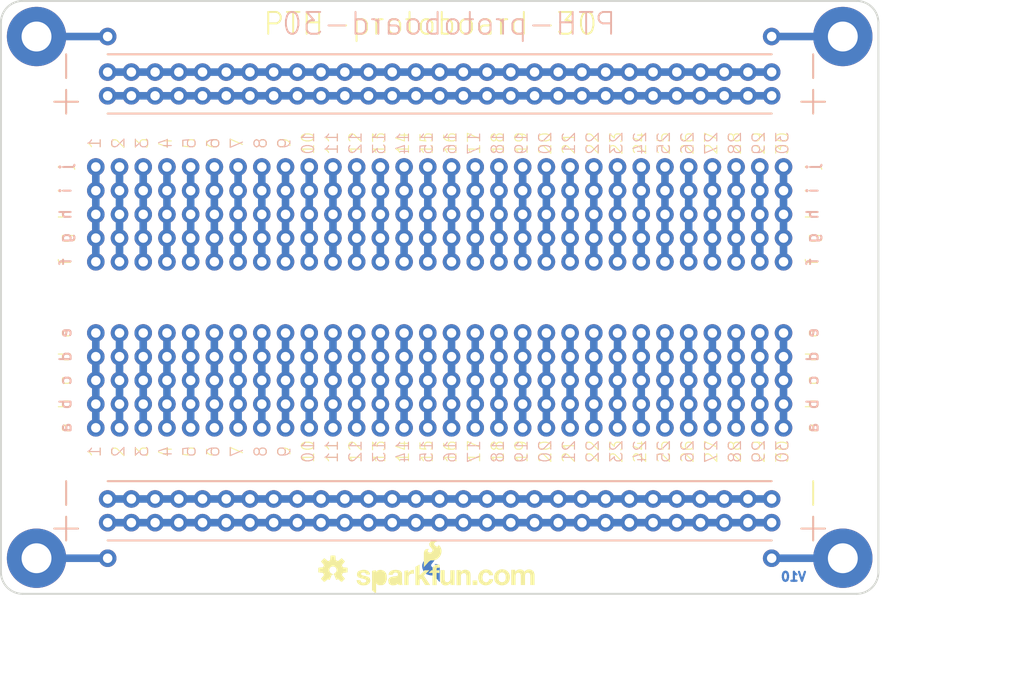
<source format=kicad_pcb>
(kicad_pcb (version 20211014) (generator pcbnew)
  (layers (0 "F.Cu" signal) (31 "B.Cu" signal) (34 "B.Paste" user) (35 "F.Paste" user) (36 "B.SilkS" user "B.Silkscreen") (37 "F.SilkS" user "F.Silkscreen") (38 "B.Mask" user) (39 "F.Mask" user) (44 "Edge.Cuts" user))
  (net 0 "")
  (net 1 "N$5")
  (net 2 "N$6")
  (net 3 "N$7")
  (net 4 "N$8")
  (net 5 "N$9")
  (net 6 "N$10")
  (net 7 "N$11")
  (net 8 "N$12")
  (net 9 "N$13")
  (net 10 "N$14")
  (net 11 "N$15")
  (net 12 "N$16")
  (net 13 "N$17")
  (net 14 "N$18")
  (net 15 "N$19")
  (net 16 "N$20")
  (net 17 "N$21")
  (net 18 "N$22")
  (net 19 "N$23")
  (net 20 "N$24")
  (net 21 "N$25")
  (net 22 "N$26")
  (net 23 "N$27")
  (net 24 "N$28")
  (net 25 "N$29")
  (net 26 "N$30")
  (net 27 "N$31")
  (net 28 "N$32")
  (net 29 "N$33")
  (net 30 "N$34")
  (net 31 "N$35")
  (net 32 "N$36")
  (net 33 "N$37")
  (net 34 "N$38")
  (net 35 "N$39")
  (net 36 "N$40")
  (net 37 "N$41")
  (net 38 "N$42")
  (net 39 "N$43")
  (net 40 "N$44")
  (net 41 "N$45")
  (net 42 "N$46")
  (net 43 "N$47")
  (net 44 "N$48")
  (net 45 "N$49")
  (net 46 "N$50")
  (net 47 "N$51")
  (net 48 "N$52")
  (net 49 "N$53")
  (net 50 "N$54")
  (net 51 "N$55")
  (net 52 "N$56")
  (net 53 "N$57")
  (net 54 "N$58")
  (net 55 "N$59")
  (net 56 "N$60")
  (net 57 "N$61")
  (net 58 "N$62")
  (net 59 "N$63")
  (net 60 "N$64")
  (net 61 "N$1")
  (net 62 "N$2")
  (net 63 "N$3")
  (net 64 "N$4")
  (net 65 "N$65")
  (net 66 "N$66")
  (net 67 "N$67")
  (net 68 "N$68")
  (footprint "boardEagle:1X05_NO_SILK" (layer "F.Cu") (at 124.3711 101.1936 90)
    (fp_text reference "JP40" hide)
    (fp_text value "")
  )
  (footprint "boardEagle:1X05_NO_SILK" (layer "F.Cu") (at 180.2511 101.1936 90)
    (fp_text reference "JP62" hide)
    (fp_text value "")
  )
  (footprint "boardEagle:STANDOFF-ELECTRICAL" (layer "F.Cu") (at 105.3211 132.9436)
    (fp_text reference "S3" hide)
    (fp_text value "STANDOFF_ELECTRICAL" hide)
  )
  (footprint "boardEagle:1X01NS" (layer "F.Cu") (at 184.0611 132.9436)
    (fp_text reference "JP68" hide)
    (fp_text value "M01SMDNS" hide)
  )
  (footprint "boardEagle:1X05_NO_SILK" (layer "F.Cu") (at 124.3711 118.9736 90)
    (fp_text reference "JP10" hide)
    (fp_text value "")
  )
  (footprint "boardEagle:1X05_NO_SILK" (layer "F.Cu") (at 142.1511 118.9736 90)
    (fp_text reference "JP17" hide)
    (fp_text value "")
  )
  (footprint "boardEagle:1X05_NO_SILK" (layer "F.Cu") (at 116.7511 101.1936 90)
    (fp_text reference "JP37" hide)
    (fp_text value "")
  )
  (footprint "boardEagle:1X05_NO_SILK" (layer "F.Cu") (at 129.4511 101.1936 90)
    (fp_text reference "JP42" hide)
    (fp_text value "")
  )
  (footprint "boardEagle:1X05_NO_SILK" (layer "F.Cu") (at 185.3311 118.9736 90)
    (fp_text reference "JP34" hide)
    (fp_text value "")
  )
  (footprint "boardEagle:1X05_NO_SILK" (layer "F.Cu") (at 147.2311 118.9736 90)
    (fp_text reference "JP19" hide)
    (fp_text value "")
  )
  (footprint "boardEagle:1X05_NO_SILK" (layer "F.Cu") (at 182.7911 101.1936 90)
    (fp_text reference "JP63" hide)
    (fp_text value "")
  )
  (footprint "boardEagle:OSHW-LOGO-S" (layer "F.Cu") (at 137.0711 134.2136)
    (fp_text reference "LOGO3" hide)
    (fp_text value "OSHW-LOGOS" hide)
  )
  (footprint "boardEagle:1X05_NO_SILK" (layer "F.Cu") (at 185.3311 101.1936 90)
    (fp_text reference "JP64" hide)
    (fp_text value "")
  )
  (footprint "boardEagle:1X05_NO_SILK" (layer "F.Cu") (at 170.0911 118.9736 90)
    (fp_text reference "JP28" hide)
    (fp_text value "")
  )
  (footprint "boardEagle:1X05_NO_SILK" (layer "F.Cu") (at 159.9311 118.9736 90)
    (fp_text reference "JP24" hide)
    (fp_text value "")
  )
  (footprint "boardEagle:1X05_NO_SILK" (layer "F.Cu") (at 137.0711 118.9736 90)
    (fp_text reference "JP15" hide)
    (fp_text value "")
  )
  (footprint "boardEagle:1X05_NO_SILK" (layer "F.Cu") (at 144.6911 118.9736 90)
    (fp_text reference "JP18" hide)
    (fp_text value "")
  )
  (footprint "boardEagle:1X05_NO_SILK" (layer "F.Cu") (at 172.6311 118.9736 90)
    (fp_text reference "JP29" hide)
    (fp_text value "")
  )
  (footprint "boardEagle:CREATIVE_COMMONS" (layer "F.Cu") (at 128.1811 146.9136)
    (fp_text reference "FRAME1" hide)
    (fp_text value "FRAME-LETTER" hide)
  )
  (footprint "boardEagle:1X29_NO_SILK" (layer "F.Cu") (at 112.9411 129.1336)
    (fp_text reference "JP4" hide)
    (fp_text value "M29NO_SILK" hide)
  )
  (footprint "boardEagle:1X05_NO_SILK" (layer "F.Cu") (at 165.0111 118.9736 90)
    (fp_text reference "JP26" hide)
    (fp_text value "")
  )
  (footprint "boardEagle:1X05_NO_SILK" (layer "F.Cu") (at 154.8511 101.1936 90)
    (fp_text reference "JP52" hide)
    (fp_text value "")
  )
  (footprint "boardEagle:1X05_NO_SILK" (layer "F.Cu") (at 147.2311 101.1936 90)
    (fp_text reference "JP49" hide)
    (fp_text value "")
  )
  (footprint "boardEagle:1X05_NO_SILK" (layer "F.Cu") (at 131.9911 101.1936 90)
    (fp_text reference "JP43" hide)
    (fp_text value "")
  )
  (footprint "boardEagle:1X29_NO_SILK" (layer "F.Cu") (at 112.9411 83.4136)
    (fp_text reference "JP2" hide)
    (fp_text value "M29NO_SILK" hide)
  )
  (footprint "boardEagle:1X05_NO_SILK" (layer "F.Cu") (at 167.5511 118.9736 90)
    (fp_text reference "JP27" hide)
    (fp_text value "")
  )
  (footprint "boardEagle:1X05_NO_SILK" (layer "F.Cu") (at 126.9111 101.1936 90)
    (fp_text reference "JP41" hide)
    (fp_text value "")
  )
  (footprint "boardEagle:1X05_NO_SILK" (layer "F.Cu") (at 137.0711 101.1936 90)
    (fp_text reference "JP45" hide)
    (fp_text value "")
  )
  (footprint "boardEagle:1X29_NO_SILK" (layer "F.Cu") (at 112.9411 80.8736)
    (fp_text reference "JP1" hide)
    (fp_text value "M29NO_SILK" hide)
  )
  (footprint "boardEagle:1X05_NO_SILK" (layer "F.Cu") (at 121.8311 118.9736 90)
    (fp_text reference "JP9" hide)
    (fp_text value "")
  )
  (footprint "boardEagle:1X05_NO_SILK" (layer "F.Cu") (at 114.2111 118.9736 90)
    (fp_text reference "JP6" hide)
    (fp_text value "")
  )
  (footprint "boardEagle:1X05_NO_SILK" (layer "F.Cu") (at 119.2911 118.9736 90)
    (fp_text reference "JP8" hide)
    (fp_text value "")
  )
  (footprint "boardEagle:1X05_NO_SILK" (layer "F.Cu") (at 111.6711 101.1936 90)
    (fp_text reference "JP35" hide)
    (fp_text value "")
  )
  (footprint "boardEagle:1X05_NO_SILK" (layer "F.Cu") (at 131.9911 118.9736 90)
    (fp_text reference "JP13" hide)
    (fp_text value "")
  )
  (footprint "boardEagle:1X05_NO_SILK" (layer "F.Cu") (at 152.3111 101.1936 90)
    (fp_text reference "JP51" hide)
    (fp_text value "")
  )
  (footprint "boardEagle:1X05_NO_SILK" (layer "F.Cu") (at 162.4711 101.1936 90)
    (fp_text reference "JP55" hide)
    (fp_text value "")
  )
  (footprint "boardEagle:STANDOFF-ELECTRICAL" (layer "F.Cu") (at 191.6811 132.9436)
    (fp_text reference "S4" hide)
    (fp_text value "STANDOFF_ELECTRICAL" hide)
  )
  (footprint "boardEagle:1X05_NO_SILK" (layer "F.Cu") (at 157.3911 118.9736 90)
    (fp_text reference "JP23" hide)
    (fp_text value "")
  )
  (footprint "boardEagle:1X05_NO_SILK" (layer "F.Cu") (at 180.2511 118.9736 90)
    (fp_text reference "JP32" hide)
    (fp_text value "")
  )
  (footprint "boardEagle:1X05_NO_SILK" (layer "F.Cu") (at 162.4711 118.9736 90)
    (fp_text reference "JP25" hide)
    (fp_text value "")
  )
  (footprint "boardEagle:1X05_NO_SILK" (layer "F.Cu") (at 165.0111 101.1936 90)
    (fp_text reference "JP56" hide)
    (fp_text value "")
  )
  (footprint "boardEagle:1X05_NO_SILK" (layer "F.Cu") (at 111.6711 118.9736 90)
    (fp_text reference "JP5" hide)
    (fp_text value "")
  )
  (footprint "boardEagle:1X05_NO_SILK" (layer "F.Cu") (at 149.7711 118.9736 90)
    (fp_text reference "JP20" hide)
    (fp_text value "")
  )
  (footprint "boardEagle:1X05_NO_SILK" (layer "F.Cu") (at 119.2911 101.1936 90)
    (fp_text reference "JP38" hide)
    (fp_text value "")
  )
  (footprint "boardEagle:1X05_NO_SILK" (layer "F.Cu") (at 167.5511 101.1936 90)
    (fp_text reference "JP57" hide)
    (fp_text value "")
  )
  (footprint "boardEagle:1X05_NO_SILK" (layer "F.Cu") (at 170.0911 101.1936 90)
    (fp_text reference "JP58" hide)
    (fp_text value "")
  )
  (footprint "boardEagle:1X05_NO_SILK" (layer "F.Cu") (at 175.1711 101.1936 90)
    (fp_text reference "JP60" hide)
    (fp_text value "")
  )
  (footprint "boardEagle:1X05_NO_SILK" (layer "F.Cu") (at 159.9311 101.1936 90)
    (fp_text reference "JP54" hide)
    (fp_text value "")
  )
  (footprint "boardEagle:STANDOFF-ELECTRICAL" (layer "F.Cu") (at 191.6811 77.0636)
    (fp_text reference "S2" hide)
    (fp_text value "STANDOFF_ELECTRICAL" hide)
  )
  (footprint "boardEagle:1X05_NO_SILK" (layer "F.Cu") (at 177.7111 118.9736 90)
    (fp_text reference "JP31" hide)
    (fp_text value "")
  )
  (footprint "boardEagle:1X01NS" (layer "F.Cu") (at 184.0611 77.0636)
    (fp_text reference "JP65" hide)
    (fp_text value "M01SMDNS" hide)
  )
  (footprint "boardEagle:1X05_NO_SILK" (layer "F.Cu") (at 126.9111 118.9736 90)
    (fp_text reference "JP11" hide)
    (fp_text value "")
  )
  (footprint "boardEagle:1X05_NO_SILK" (layer "F.Cu") (at 182.7911 118.9736 90)
    (fp_text reference "JP33" hide)
    (fp_text value "")
  )
  (footprint "boardEagle:1X05_NO_SILK" (layer "F.Cu") (at 129.4511 118.9736 90)
    (fp_text reference "JP12" hide)
    (fp_text value "")
  )
  (footprint "boardEagle:1X05_NO_SILK" (layer "F.Cu") (at 157.3911 101.1936 90)
    (fp_text reference "JP53" hide)
    (fp_text value "")
  )
  (footprint "boardEagle:1X05_NO_SILK" (layer "F.Cu") (at 134.5311 101.1936 90)
    (fp_text reference "JP44" hide)
    (fp_text value "")
  )
  (footprint "boardEagle:1X05_NO_SILK" (layer "F.Cu") (at 152.3111 118.9736 90)
    (fp_text reference "JP21" hide)
    (fp_text value "")
  )
  (footprint "boardEagle:1X05_NO_SILK" (layer "F.Cu") (at 177.7111 101.1936 90)
    (fp_text reference "JP61" hide)
    (fp_text value "")
  )
  (footprint "boardEagle:1X01NS" (layer "F.Cu") (at 112.9411 132.9436)
    (fp_text reference "JP67" hide)
    (fp_text value "M01SMDNS" hide)
  )
  (footprint "boardEagle:1X05_NO_SILK" (layer "F.Cu") (at 175.1711 118.9736 90)
    (fp_text reference "JP30" hide)
    (fp_text value "")
  )
  (footprint "boardEagle:1X05_NO_SILK" (layer "F.Cu") (at 154.8511 118.9736 90)
    (fp_text reference "JP22" hide)
    (fp_text value "")
  )
  (footprint "boardEagle:1X05_NO_SILK" (layer "F.Cu") (at 172.6311 101.1936 90)
    (fp_text reference "JP59" hide)
    (fp_text value "")
  )
  (footprint "boardEagle:1X05_NO_SILK" (layer "F.Cu") (at 139.6111 101.1936 90)
    (fp_text reference "JP47" hide)
    (fp_text value "")
  )
  (footprint "boardEagle:1X05_NO_SILK" (layer "F.Cu") (at 134.5311 118.9736 90)
    (fp_text reference "JP14" hide)
    (fp_text value "")
  )
  (footprint "boardEagle:1X05_NO_SILK" (layer "F.Cu") (at 144.6911 101.1936 90)
    (fp_text reference "JP48" hide)
    (fp_text value "")
  )
  (footprint "boardEagle:1X05_NO_SILK" (layer "F.Cu") (at 142.1511 101.1936 90)
    (fp_text reference "JP46" hide)
    (fp_text value "")
  )
  (footprint "boardEagle:1X05_NO_SILK" (layer "F.Cu") (at 116.7511 118.9736 90)
    (fp_text reference "JP7" hide)
    (fp_text value "")
  )
  (footprint "boardEagle:1X29_NO_SILK" (layer "F.Cu") (at 112.9411 126.5936)
    (fp_text reference "JP3" hide)
    (fp_text value "M29NO_SILK" hide)
  )
  (footprint "boardEagle:1X05_NO_SILK" (layer "F.Cu") (at 114.2111 101.1936 90)
    (fp_text reference "JP36" hide)
    (fp_text value "")
  )
  (footprint "boardEagle:1X05_NO_SILK" (layer "F.Cu") (at 139.6111 118.9736 90)
    (fp_text reference "JP16" hide)
    (fp_text value "")
  )
  (footprint "boardEagle:STANDOFF-ELECTRICAL" (layer "F.Cu") (at 105.3211 77.0636)
    (fp_text reference "S1" hide)
    (fp_text value "STANDOFF_ELECTRICAL" hide)
  )
  (footprint "boardEagle:1X05_NO_SILK" (layer "F.Cu") (at 149.7711 101.1936 90)
    (fp_text reference "JP50" hide)
    (fp_text value "")
  )
  (footprint "boardEagle:SFE-NEW-WEBLOGO" (layer "F.Cu") (at 139.6111 136.7536)
    (fp_text reference "LOGO2" hide)
    (fp_text value "LOGO-SFENEW" hide)
  )
  (footprint "boardEagle:1X01NS" (layer "F.Cu") (at 112.9411 77.0636)
    (fp_text reference "JP66" hide)
    (fp_text value "M01SMDNS" hide)
  )
  (footprint "boardEagle:1X05_NO_SILK" (layer "F.Cu") (at 121.8311 101.1936 90)
    (fp_text reference "JP39" hide)
    (fp_text value "")
  )
  (footprint "boardEagle:SFE-LOGO-FLAME-COPPER" (layer "B.Cu") (at 148.5011 135.4836 180)
    (fp_text reference "LOGO1" hide)
    (fp_text value "LOGO-SFECP" hide)
  )
  (gr_line (start 188.5061 129.7686) (end 188.5061 131.0386) (layer "B.SilkS") (width 0.2032))
  (gr_line (start 187.2361 129.7686) (end 188.5061 129.7686) (layer "B.SilkS") (width 0.2032))
  (gr_line (start 188.5061 81.5086) (end 188.5061 78.9686) (layer "B.SilkS") (width 0.2032))
  (gr_line (start 109.7661 129.7686) (end 108.4961 129.7686) (layer "B.SilkS") (width 0.2032))
  (gr_line (start 108.4961 82.7786) (end 108.4961 84.0486) (layer "B.SilkS") (width 0.2032))
  (gr_line (start 187.2361 84.0486) (end 188.5061 84.0486) (layer "B.SilkS") (width 0.2032))
  (gr_line (start 112.9411 78.9686) (end 184.0611 78.9686) (layer "B.SilkS") (width 0.2032))
  (gr_line (start 188.5061 128.4986) (end 188.5061 129.7686) (layer "B.SilkS") (width 0.2032))
  (gr_line (start 108.4961 81.5086) (end 108.4961 78.9686) (layer "B.SilkS") (width 0.2032))
  (gr_line (start 107.2261 84.0486) (end 108.4961 84.0486) (layer "B.SilkS") (width 0.2032))
  (gr_line (start 108.4961 128.4986) (end 108.4961 129.7686) (layer "B.SilkS") (width 0.2032))
  (gr_line (start 112.9411 85.3186) (end 184.0611 85.3186) (layer "B.SilkS") (width 0.2032))
  (gr_line (start 108.4961 127.2286) (end 108.4961 124.6886) (layer "B.SilkS") (width 0.2032))
  (gr_line (start 107.2261 129.7686) (end 108.4961 129.7686) (layer "B.SilkS") (width 0.2032))
  (gr_line (start 108.4961 84.0486) (end 108.4961 85.3186) (layer "B.SilkS") (width 0.2032))
  (gr_line (start 188.5061 84.0486) (end 188.5061 85.3186) (layer "B.SilkS") (width 0.2032))
  (gr_line (start 109.7661 84.0486) (end 108.4961 84.0486) (layer "B.SilkS") (width 0.2032))
  (gr_line (start 108.4961 129.7686) (end 108.4961 131.0386) (layer "B.SilkS") (width 0.2032))
  (gr_line (start 188.5061 82.7786) (end 188.5061 84.0486) (layer "B.SilkS") (width 0.2032))
  (gr_line (start 189.7761 129.7686) (end 188.5061 129.7686) (layer "B.SilkS") (width 0.2032))
  (gr_line (start 112.9411 131.0386) (end 184.0611 131.0386) (layer "B.SilkS") (width 0.2032))
  (gr_line (start 189.7761 84.0486) (end 188.5061 84.0486) (layer "B.SilkS") (width 0.2032))
  (gr_line (start 112.9411 124.6886) (end 184.0611 124.6886) (layer "B.SilkS") (width 0.2032))
  (gr_line (start 112.9411 124.6886) (end 184.0611 124.6886) (layer "F.SilkS") (width 0.2032))
  (gr_line (start 112.9411 85.3186) (end 184.0611 85.3186) (layer "F.SilkS") (width 0.2032))
  (gr_line (start 108.4961 129.7686) (end 108.4961 131.0386) (layer "F.SilkS") (width 0.2032))
  (gr_line (start 109.7661 129.7686) (end 108.4961 129.7686) (layer "F.SilkS") (width 0.2032))
  (gr_line (start 108.4961 81.5086) (end 108.4961 78.9686) (layer "F.SilkS") (width 0.2032))
  (gr_line (start 112.9411 131.0386) (end 184.0611 131.0386) (layer "F.SilkS") (width 0.2032))
  (gr_line (start 187.2361 84.0486) (end 188.5061 84.0486) (layer "F.SilkS") (width 0.2032))
  (gr_line (start 189.7761 84.0486) (end 188.5061 84.0486) (layer "F.SilkS") (width 0.2032))
  (gr_line (start 108.4961 84.0486) (end 108.4961 85.3186) (layer "F.SilkS") (width 0.2032))
  (gr_line (start 188.5061 128.4986) (end 188.5061 129.7686) (layer "F.SilkS") (width 0.2032))
  (gr_line (start 108.4961 128.4986) (end 108.4961 129.7686) (layer "F.SilkS") (width 0.2032))
  (gr_line (start 189.7761 129.7686) (end 188.5061 129.7686) (layer "F.SilkS") (width 0.2032))
  (gr_line (start 107.2261 84.0486) (end 108.4961 84.0486) (layer "F.SilkS") (width 0.2032))
  (gr_line (start 188.5061 129.7686) (end 188.5061 131.0386) (layer "F.SilkS") (width 0.2032))
  (gr_line (start 108.4961 82.7786) (end 108.4961 84.0486) (layer "F.SilkS") (width 0.2032))
  (gr_line (start 107.2261 129.7686) (end 108.4961 129.7686) (layer "F.SilkS") (width 0.2032))
  (gr_line (start 108.4961 127.2286) (end 108.4961 124.6886) (layer "F.SilkS") (width 0.2032))
  (gr_line (start 188.5061 81.5086) (end 188.5061 78.9686) (layer "F.SilkS") (width 0.2032))
  (gr_line (start 188.5061 84.0486) (end 188.5061 85.3186) (layer "F.SilkS") (width 0.2032))
  (gr_line (start 188.5061 127.2286) (end 188.5061 124.6886) (layer "F.SilkS") (width 0.2032))
  (gr_line (start 112.9411 78.9686) (end 184.0611 78.9686) (layer "F.SilkS") (width 0.2032))
  (gr_line (start 187.2361 129.7686) (end 188.5061 129.7686) (layer "F.SilkS") (width 0.2032))
  (gr_line (start 109.7661 84.0486) (end 108.4961 84.0486) (layer "F.SilkS") (width 0.2032))
  (gr_line (start 188.5061 82.7786) (end 188.5061 84.0486) (layer "F.SilkS") (width 0.2032))
  (gr_arc (start 195.4911 134.4315) (mid 194.810973 136.073473) (end 193.169 136.7536) (layer "Edge.Cuts") (width 0.2032))
  (gr_line (start 103.8332 136.7536) (end 193.169 136.7536) (layer "Edge.Cuts") (width 0.2032))
  (gr_arc (start 103.8332 136.7536) (mid 102.191227 136.073473) (end 101.5111 134.4315) (layer "Edge.Cuts") (width 0.2032))
  (gr_arc (start 193.169 73.2536) (mid 194.810973 73.933727) (end 195.4911 75.5757) (layer "Edge.Cuts") (width 0.2032))
  (gr_line (start 101.5111 75.5757) (end 101.5111 134.4315) (layer "Edge.Cuts") (width 0.2032))
  (gr_line (start 193.169 73.2536) (end 103.8332 73.2536) (layer "Edge.Cuts") (width 0.2032))
  (gr_line (start 195.4911 134.4315) (end 195.4911 75.5757) (layer "Edge.Cuts") (width 0.2032))
  (gr_arc (start 101.5111 75.5757) (mid 102.191227 73.933727) (end 103.8332 73.2536) (layer "Edge.Cuts") (width 0.2032))
  (gr_text "V10" (at 187.8711 135.4836) (layer "B.Cu") (effects (font (size 0.9525 0.9525) (thickness 0.3175)) (justify left bottom mirror)))
  (gr_text "14" (at 145.3261 88.4936 -270) (layer "B.SilkS") (effects (font (size 1.308608 1.308608) (thickness 0.113792)) (justify bottom mirror)))
  (gr_text "PTH-protoboard-30" (at 167.5511 77.0636) (layer "B.SilkS") (effects (font (size 2.3368 2.3368) (thickness 0.2032)) (justify left bottom mirror)))
  (gr_text "h" (at 189.1411 96.1136 -270) (layer "B.SilkS") (effects (font (size 1.20904 1.20904) (thickness 0.21336)) (justify bottom mirror)))
  (gr_text "1" (at 112.3061 88.4936 -270) (layer "B.SilkS") (effects (font (size 1.308608 1.308608) (thickness 0.113792)) (justify bottom mirror)))
  (gr_text "e" (at 109.1311 108.8136 -270) (layer "B.SilkS") (effects (font (size 1.20904 1.20904) (thickness 0.21336)) (justify bottom mirror)))
  (gr_text "i" (at 189.1411 93.5736 -270) (layer "B.SilkS") (effects (font (size 1.20904 1.20904) (thickness 0.21336)) (justify bottom mirror)))
  (gr_text "28" (at 180.8861 88.4936 -270) (layer "B.SilkS") (effects (font (size 1.308608 1.308608) (thickness 0.113792)) (justify bottom mirror)))
  (gr_text "i" (at 109.1311 93.5736 -270) (layer "B.SilkS") (effects (font (size 1.20904 1.20904) (thickness 0.21336)) (justify bottom mirror)))
  (gr_text "15" (at 147.8661 121.5136 -270) (layer "B.SilkS") (effects (font (size 1.308608 1.308608) (thickness 0.113792)) (justify bottom mirror)))
  (gr_text "29" (at 183.4261 88.4936 -270) (layer "B.SilkS") (effects (font (size 1.308608 1.308608) (thickness 0.113792)) (justify bottom mirror)))
  (gr_text "15" (at 147.8661 88.4936 -270) (layer "B.SilkS") (effects (font (size 1.308608 1.308608) (thickness 0.113792)) (justify bottom mirror)))
  (gr_text "9" (at 132.6261 88.4936 -270) (layer "B.SilkS") (effects (font (size 1.308608 1.308608) (thickness 0.113792)) (justify bottom mirror)))
  (gr_text "20" (at 160.5661 121.5136 -270) (layer "B.SilkS") (effects (font (size 1.308608 1.308608) (thickness 0.113792)) (justify bottom mirror)))
  (gr_text "10" (at 135.1661 88.4936 -270) (layer "B.SilkS") (effects (font (size 1.308608 1.308608) (thickness 0.113792)) (justify bottom mirror)))
  (gr_text "24" (at 170.7261 88.4936 -270) (layer "B.SilkS") (effects (font (size 1.308608 1.308608) (thickness 0.113792)) (justify bottom mirror)))
  (gr_text "29" (at 183.4261 121.5136 -270) (layer "B.SilkS") (effects (font (size 1.308608 1.308608) (thickness 0.113792)) (justify bottom mirror)))
  (gr_text "f" (at 109.1311 101.1936 -270) (layer "B.SilkS") (effects (font (size 1.20904 1.20904) (thickness 0.21336)) (justify bottom mirror)))
  (gr_text "5" (at 122.4661 88.4936 -270) (layer "B.SilkS") (effects (font (size 1.308608 1.308608) (thickness 0.113792)) (justify bottom mirror)))
  (gr_text "a" (at 189.1411 118.9736 -270) (layer "B.SilkS") (effects (font (size 1.20904 1.20904) (thickness 0.21336)) (justify bottom mirror)))
  (gr_text "c" (at 189.1411 113.8936 -270) (layer "B.SilkS") (effects (font (size 1.20904 1.20904) (thickness 0.21336)) (justify bottom mirror)))
  (gr_text "18" (at 155.4861 121.5136 -270) (layer "B.SilkS") (effects (font (size 1.308608 1.308608) (thickness 0.113792)) (justify bottom mirror)))
  (gr_text "19" (at 158.0261 121.5136 -270) (layer "B.SilkS") (effects (font (size 1.308608 1.308608) (thickness 0.113792)) (justify bottom mirror)))
  (gr_text "21" (at 163.1061 88.4936 -270) (layer "B.SilkS") (effects (font (size 1.308608 1.308608) (thickness 0.113792)) (justify bottom mirror)))
  (gr_text "c" (at 109.1311 113.8936 -270) (layer "B.SilkS") (effects (font (size 1.20904 1.20904) (thickness 0.21336)) (justify bottom mirror)))
  (gr_text "2" (at 114.8461 121.5136 -270) (layer "B.SilkS") (effects (font (size 1.308608 1.308608) (thickness 0.113792)) (justify bottom mirror)))
  (gr_text "b" (at 189.1411 116.4336 -270) (layer "B.SilkS") (effects (font (size 1.20904 1.20904) (thickness 0.21336)) (justify bottom mirror)))
  (gr_text "j" (at 189.1411 91.0336 -270) (layer "B.SilkS") (effects (font (size 1.20904 1.20904) (thickness 0.21336)) (justify bottom mirror)))
  (gr_text "27" (at 178.3461 121.5136 -270) (layer "B.SilkS") (effects (font (size 1.308608 1.308608) (thickness 0.113792)) (justify bottom mirror)))
  (gr_text "10" (at 135.1661 121.5136 -270) (layer "B.SilkS") (effects (font (size 1.308608 1.308608) (thickness 0.113792)) (justify bottom mirror)))
  (gr_text "3" (at 117.3861 121.5136 -270) (layer "B.SilkS") (effects (font (size 1.308608 1.308608) (thickness 0.113792)) (justify bottom mirror)))
  (gr_text "17" (at 152.9461 121.5136 -270) (layer "B.SilkS") (effects (font (size 1.308608 1.308608) (thickness 0.113792)) (justify bottom mirror)))
  (gr_text "14" (at 145.3261 121.5136 -270) (layer "B.SilkS") (effects (font (size 1.308608 1.308608) (thickness 0.113792)) (justify bottom mirror)))
  (gr_text "26" (at 175.8061 88.4936 -270) (layer "B.SilkS") (effects (font (size 1.308608 1.308608) (thickness 0.113792)) (justify bottom mirror)))
  (gr_text "f" (at 189.1411 101.1936 -270) (layer "B.SilkS") (effects (font (size 1.20904 1.20904) (thickness 0.21336)) (justify bottom mirror)))
  (gr_text "28" (at 180.8861 121.5136 -270) (layer "B.SilkS") (effects (font (size 1.308608 1.308608) (thickness 0.113792)) (justify bottom mirror)))
  (gr_text "2" (at 114.8461 88.4936 -270) (layer "B.SilkS") (effects (font (size 1.308608 1.308608) (thickness 0.113792)) (justify bottom mirror)))
  (gr_text "d" (at 109.1311 111.3536 -270) (layer "B.SilkS") (effects (font (size 1.20904 1.20904) (thickness 0.21336)) (justify bottom mirror)))
  (gr_text "19" (at 158.0261 88.4936 -270) (layer "B.SilkS") (effects (font (size 1.308608 1.308608) (thickness 0.113792)) (justify bottom mirror)))
  (gr_text "4" (at 119.9261 88.4936 -270) (layer "B.SilkS") (effects (font (size 1.308608 1.308608) (thickness 0.113792)) (justify bottom mirror)))
  (gr_text "27" (at 178.3461 88.4936 -270) (layer "B.SilkS") (effects (font (size 1.308608 1.308608) (thickness 0.113792)) (justify bottom mirror)))
  (gr_text "26" (at 175.8061 121.5136 -270) (layer "B.SilkS") (effects (font (size 1.308608 1.308608) (thickness 0.113792)) (justify bottom mirror)))
  (gr_text "16" (at 150.4061 121.5136 -270) (layer "B.SilkS") (effects (font (size 1.308608 1.308608) (thickness 0.113792)) (justify bottom mirror)))
  (gr_text "6" (at 125.0061 121.5136 -270) (layer "B.SilkS") (effects (font (size 1.308608 1.308608) (thickness 0.113792)) (justify bottom mirror)))
  (gr_text "11" (at 137.7061 121.5136 -270) (layer "B.SilkS") (effects (font (size 1.308608 1.308608) (thickness 0.113792)) (justify bottom mirror)))
  (gr_text "8" (at 130.0861 88.4936 -270) (layer "B.SilkS") (effects (font (size 1.308608 1.308608) (thickness 0.113792)) (justify bottom mirror)))
  (gr_text "16" (at 150.4061 88.4936 -270) (layer "B.SilkS") (effects (font (size 1.308608 1.308608) (thickness 0.113792)) (justify bottom mirror)))
  (gr_text "8" (at 130.0861 121.5136 -270) (layer "B.SilkS") (effects (font (size 1.308608 1.308608) (thickness 0.113792)) (justify bottom mirror)))
  (gr_text "18" (at 155.4861 88.4936 -270) (layer "B.SilkS") (effects (font (size 1.308608 1.308608) (thickness 0.113792)) (justify bottom mirror)))
  (gr_text "22" (at 165.6461 121.5136 -270) (layer "B.SilkS") (effects (font (size 1.308608 1.308608) (thickness 0.113792)) (justify bottom mirror)))
  (gr_text "j" (at 109.1311 91.0336 -270) (layer "B.SilkS") (effects (font (size 1.20904 1.20904) (thickness 0.21336)) (justify bottom mirror)))
  (gr_text "g" (at 189.1411 98.6536 -270) (layer "B.SilkS") (effects (font (size 1.20904 1.20904) (thickness 0.21336)) (justify bottom mirror)))
  (gr_text "3" (at 117.3861 88.4936 -270) (layer "B.SilkS") (effects (font (size 1.308608 1.308608) (thickness 0.113792)) (justify bottom mirror)))
  (gr_text "9" (at 132.6261 121.5136 -270) (layer "B.SilkS") (effects (font (size 1.308608 1.308608) (thickness 0.113792)) (justify bottom mirror)))
  (gr_text "e" (at 189.1411 108.8136 -270) (layer "B.SilkS") (effects (font (size 1.20904 1.20904) (thickness 0.21336)) (justify bottom mirror)))
  (gr_text "6" (at 125.0061 88.4936 -270) (layer "B.SilkS") (effects (font (size 1.308608 1.308608) (thickness 0.113792)) (justify bottom mirror)))
  (gr_text "g" (at 109.1311 98.6536 -270) (layer "B.SilkS") (effects (font (size 1.20904 1.20904) (thickness 0.21336)) (justify bottom mirror)))
  (gr_text "7" (at 127.5461 121.5136 -270) (layer "B.SilkS") (effects (font (size 1.308608 1.308608) (thickness 0.113792)) (justify bottom mirror)))
  (gr_text "b" (at 109.1311 116.4336 -270) (layer "B.SilkS") (effects (font (size 1.20904 1.20904) (thickness 0.21336)) (justify bottom mirror)))
  (gr_text "17" (at 152.9461 88.4936 -270) (layer "B.SilkS") (effects (font (size 1.308608 1.308608) (thickness 0.113792)) (justify bottom mirror)))
  (gr_text "11" (at 137.7061 88.4936 -270) (layer "B.SilkS") (effects (font (size 1.308608 1.308608) (thickness 0.113792)) (justify bottom mirror)))
  (gr_text "13" (at 142.7861 88.4936 -270) (layer "B.SilkS") (effects (font (size 1.308608 1.308608) (thickness 0.113792)) (justify bottom mirror)))
  (gr_text "4" (at 119.9261 121.5136 -270) (layer "B.SilkS") (effects (font (size 1.308608 1.308608) (thickness 0.113792)) (justify bottom mirror)))
  (gr_text "1" (at 112.3061 121.5136 -270) (layer "B.SilkS") (effects (font (size 1.308608 1.308608) (thickness 0.113792)) (justify bottom mirror)))
  (gr_text "13" (at 142.7861 121.5136 -270) (layer "B.SilkS") (effects (font (size 1.308608 1.308608) (thickness 0.113792)) (justify bottom mirror)))
  (gr_text "25" (at 173.2661 121.5136 -270) (layer "B.SilkS") (effects (font (size 1.308608 1.308608) (thickness 0.113792)) (justify bottom mirror)))
  (gr_text "21" (at 163.1061 121.5136 -270) (layer "B.SilkS") (effects (font (size 1.308608 1.308608) (thickness 0.113792)) (justify bottom mirror)))
  (gr_text "30" (at 185.9661 121.5136 -270) (layer "B.SilkS") (effects (font (size 1.308608 1.308608) (thickness 0.113792)) (justify bottom mirror)))
  (gr_text "12" (at 140.2461 88.4936 -270) (layer "B.SilkS") (effects (font (size 1.308608 1.308608) (thickness 0.113792)) (justify bottom mirror)))
  (gr_text "22" (at 165.6461 88.4936 -270) (layer "B.SilkS") (effects (font (size 1.308608 1.308608) (thickness 0.113792)) (justify bottom mirror)))
  (gr_text "23" (at 168.1861 121.5136 -270) (layer "B.SilkS") (effects (font (size 1.308608 1.308608) (thickness 0.113792)) (justify bottom mirror)))
  (gr_text "7" (at 127.5461 88.4936 -270) (layer "B.SilkS") (effects (font (size 1.308608 1.308608) (thickness 0.113792)) (justify bottom mirror)))
  (gr_text "30" (at 185.9661 88.4936 -270) (layer "B.SilkS") (effects (font (size 1.308608 1.308608) (thickness 0.113792)) (justify bottom mirror)))
  (gr_text "d" (at 189.1411 111.3536 -270) (layer "B.SilkS") (effects (font (size 1.20904 1.20904) (thickness 0.21336)) (justify bottom mirror)))
  (gr_text "12" (at 140.2461 121.5136 -270) (layer "B.SilkS") (effects (font (size 1.308608 1.308608) (thickness 0.113792)) (justify bottom mirror)))
  (gr_text "23" (at 168.1861 88.4936 -270) (layer "B.SilkS") (effects (font (size 1.308608 1.308608) (thickness 0.113792)) (justify bottom mirror)))
  (gr_text "h" (at 109.1311 96.1136 -270) (layer "B.SilkS") (effects (font (size 1.20904 1.20904) (thickness 0.21336)) (justify bottom mirror)))
  (gr_text "24" (at 170.7261 121.5136 -270) (layer "B.SilkS") (effects (font (size 1.308608 1.308608) (thickness 0.113792)) (justify bottom mirror)))
  (gr_text "25" (at 173.2661 88.4936 -270) (layer "B.SilkS") (effects (font (size 1.308608 1.308608) (thickness 0.113792)) (justify bottom mirror)))
  (gr_text "a" (at 109.1311 118.9736 -270) (layer "B.SilkS") (effects (font (size 1.20904 1.20904) (thickness 0.21336)) (justify bottom mirror)))
  (gr_text "20" (at 160.5661 88.4936 -270) (layer "B.SilkS") (effects (font (size 1.308608 1.308608) (thickness 0.113792)) (justify bottom mirror)))
  (gr_text "5" (at 122.4661 121.5136 -270) (layer "B.SilkS") (effects (font (size 1.308608 1.308608) (thickness 0.113792)) (justify bottom mirror)))
  (gr_text "f" (at 109.1311 101.1936 90) (layer "F.SilkS") (effects (font (size 1.308608 1.308608) (thickness 0.113792)) (justify bottom)))
  (gr_text "27" (at 178.3461 121.5136 90) (layer "F.SilkS") (effects (font (size 1.308608 1.308608) (thickness 0.113792)) (justify bottom)))
  (gr_text "28" (at 180.8861 121.5136 90) (layer "F.SilkS") (effects (font (size 1.308608 1.308608) (thickness 0.113792)) (justify bottom)))
  (gr_text "h" (at 189.1411 96.1136 90) (layer "F.SilkS") (effects (font (size 1.308608 1.308608) (thickness 0.113792)) (justify bottom)))
  (gr_text "27" (at 178.3461 88.4936 90) (layer "F.SilkS") (effects (font (size 1.308608 1.308608) (thickness 0.113792)) (justify bottom)))
  (gr_text "4" (at 119.9261 88.4936 90) (layer "F.SilkS") (effects (font (size 1.308608 1.308608) (thickness 0.113792)) (justify bottom)))
  (gr_text "29" (at 183.4261 88.4936 90) (layer "F.SilkS") (effects (font (size 1.308608 1.308608) (thickness 0.113792)) (justify bottom)))
  (gr_text "18" (at 155.4861 88.4936 90) (layer "F.SilkS") (effects (font (size 1.308608 1.308608) (thickness 0.113792)) (justify bottom)))
  (gr_text "24" (at 170.7261 88.4936 90) (layer "F.SilkS") (effects (font (size 1.308608 1.308608) (thickness 0.113792)) (justify bottom)))
  (gr_text "25" (at 173.2661 121.5136 90) (layer "F.SilkS") (effects (font (size 1.308608 1.308608) (thickness 0.113792)) (justify bottom)))
  (gr_text "4" (at 119.9261 121.5136 90) (layer "F.SilkS") (effects (font (size 1.308608 1.308608) (thickness 0.113792)) (justify bottom)))
  (gr_text "1" (at 112.3061 88.4936 90) (layer "F.SilkS") (effects (font (size 1.308608 1.308608) (thickness 0.113792)) (justify bottom)))
  (gr_text "e" (at 109.1311 108.8136 90) (layer "F.SilkS") (effects (font (size 1.308608 1.308608) (thickness 0.113792)) (justify bottom)))
  (gr_text "d" (at 109.1311 111.3536 90) (layer "F.SilkS") (effects (font (size 1.308608 1.308608) (thickness 0.113792)) (justify bottom)))
  (gr_text "21" (at 163.1061 88.4936 90) (layer "F.SilkS") (effects (font (size 1.308608 1.308608) (thickness 0.113792)) (justify bottom)))
  (gr_text "b" (at 109.1311 116.4336 90) (layer "F.SilkS") (effects (font (size 1.308608 1.308608) (thickness 0.113792)) (justify bottom)))
  (gr_text "19" (at 158.0261 88.4936 90) (layer "F.SilkS") (effects (font (size 1.308608 1.308608) (thickness 0.113792)) (justify bottom)))
  (gr_text "5" (at 122.4661 88.4936 90) (layer "F.SilkS") (effects (font (size 1.308608 1.308608) (thickness 0.113792)) (justify bottom)))
  (gr_text "j" (at 109.1311 91.0336 90) (layer "F.SilkS") (effects (font (size 1.308608 1.308608) (thickness 0.113792)) (justify bottom)))
  (gr_text "15" (at 147.8661 88.4936 90) (layer "F.SilkS") (effects (font (size 1.308608 1.308608) (thickness 0.113792)) (justify bottom)))
  (gr_text "c" (at 189.1411 113.8936 90) (layer "F.SilkS") (effects (font (size 1.308608 1.308608) (thickness 0.113792)) (justify bottom)))
  (gr_text "22" (at 165.6461 121.5136 90) (layer "F.SilkS") (effects (font (size 1.308608 1.308608) (thickness 0.113792)) (justify bottom)))
  (gr_text "e" (at 189.1411 108.8136 90) (layer "F.SilkS") (effects (font (size 1.308608 1.308608) (thickness 0.113792)) (justify bottom)))
  (gr_text "23" (at 168.1861 121.5136 90) (layer "F.SilkS") (effects (font (size 1.308608 1.308608) (thickness 0.113792)) (justify bottom)))
  (gr_text "26" (at 175.8061 121.5136 90) (layer "F.SilkS") (effects (font (size 1.308608 1.308608) (thickness 0.113792)) (justify bottom)))
  (gr_text "i" (at 109.1311 93.5736 90) (layer "F.SilkS") (effects (font (size 1.308608 1.308608) (thickness 0.113792)) (justify bottom)))
  (gr_text "11" (at 137.7061 121.5136 90) (layer "F.SilkS") (effects (font (size 1.308608 1.308608) (thickness 0.113792)) (justify bottom)))
  (gr_text "24" (at 170.7261 121.5136 90) (layer "F.SilkS") (effects (font (size 1.308608 1.308608) (thickness 0.113792)) (justify bottom)))
  (gr_text "30" (at 185.9661 88.4936 90) (layer "F.SilkS") (effects (font (size 1.308608 1.308608) (thickness 0.113792)) (justify bottom)))
  (gr_text "20" (at 160.5661 121.5136 90) (layer "F.SilkS") (effects (font (size 1.308608 1.308608) (thickness 0.113792)) (justify bottom)))
  (gr_text "7" (at 127.5461 88.4936 90) (layer "F.SilkS") (effects (font (size 1.308608 1.308608) (thickness 0.113792)) (justify bottom)))
  (gr_text "8" (at 130.0861 88.4936 90) (layer "F.SilkS") (effects (font (size 1.308608 1.308608) (thickness 0.113792)) (justify bottom)))
  (gr_text "22" (at 165.6461 88.4936 90) (layer "F.SilkS") (effects (font (size 1.308608 1.308608) (thickness 0.113792)) (justify bottom)))
  (gr_text "6" (at 125.0061 88.4936 90) (layer "F.SilkS") (effects (font (size 1.308608 1.308608) (thickness 0.113792)) (justify bottom)))
  (gr_text "28" (at 180.8861 88.4936 90) (layer "F.SilkS") (effects (font (size 1.308608 1.308608) (thickness 0.113792)) (justify bottom)))
  (gr_text "21" (at 163.1061 121.5136 90) (layer "F.SilkS") (effects (font (size 1.308608 1.308608) (thickness 0.113792)) (justify bottom)))
  (gr_text "10" (at 135.1661 88.4936 90) (layer "F.SilkS") (effects (font (size 1.308608 1.308608) (thickness 0.113792)) (justify bottom)))
  (gr_text "j" (at 189.1411 91.0336 90) (layer "F.SilkS") (effects (font (size 1.308608 1.308608) (thickness 0.113792)) (justify bottom)))
  (gr_text "PTH-protoboard-30" (at 129.4511 77.0636) (layer "F.SilkS") (effects (font (size 2.3368 2.3368) (thickness 0.2032)) (justify left bottom)))
  (gr_text "8" (at 130.0861 121.5136 90) (layer "F.SilkS") (effects (font (size 1.308608 1.308608) (thickness 0.113792)) (justify bottom)))
  (gr_text "17" (at 152.9461 88.4936 90) (layer "F.SilkS") (effects (font (size 1.308608 1.308608) (thickness 0.113792)) (justify bottom)))
  (gr_text "i" (at 189.1411 93.5736 90) (layer "F.SilkS") (effects (font (size 1.308608 1.308608) (thickness 0.113792)) (justify bottom)))
  (gr_text "10" (at 135.1661 121.5136 90) (layer "F.SilkS") (effects (font (size 1.308608 1.308608) (thickness 0.113792)) (justify bottom)))
  (gr_text "17" (at 152.9461 121.5136 90) (layer "F.SilkS") (effects (font (size 1.308608 1.308608) (thickness 0.113792)) (justify bottom)))
  (gr_text "5" (at 122.4661 121.5136 90) (layer "F.SilkS") (effects (font (size 1.308608 1.308608) (thickness 0.113792)) (justify bottom)))
  (gr_text "16" (at 150.4061 121.5136 90) (layer "F.SilkS") (effects (font (size 1.308608 1.308608) (thickness 0.113792)) (justify bottom)))
  (gr_text "25" (at 173.2661 88.4936 90) (layer "F.SilkS") (effects (font (size 1.308608 1.308608) (thickness 0.113792)) (justify bottom)))
  (gr_text "13" (at 142.7861 88.4936 90) (layer "F.SilkS") (effects (font (size 1.308608 1.308608) (thickness 0.113792)) (justify bottom)))
  (gr_text "b" (at 189.1411 116.4336 90) (layer "F.SilkS") (effects (font (size 1.308608 1.308608) (thickness 0.113792)) (justify bottom)))
  (gr_text "26" (at 175.8061 88.4936 90) (layer "F.SilkS") (effects (font (size 1.308608 1.308608) (thickness 0.113792)) (justify bottom)))
  (gr_text "12" (at 140.2461 121.5136 90) (layer "F.SilkS") (effects (font (size 1.308608 1.308608) (thickness 0.113792)) (justify bottom)))
  (gr_text "c" (at 109.1311 113.8936 90) (layer "F.SilkS") (effects (font (size 1.308608 1.308608) (thickness 0.113792)) (justify bottom)))
  (gr_text "13" (at 142.7861 121.5136 90) (layer "F.SilkS") (effects (font (size 1.308608 1.308608) (thickness 0.113792)) (justify bottom)))
  (gr_text "7" (at 127.5461 121.5136 90) (layer "F.SilkS") (effects (font (size 1.308608 1.308608) (thickness 0.113792)) (justify bottom)))
  (gr_text "19" (at 158.0261 121.5136 90) (layer "F.SilkS") (effects (font (size 1.308608 1.308608) (thickness 0.113792)) (justify bottom)))
  (gr_text "a" (at 109.1311 118.9736 90) (layer "F.SilkS") (effects (font (size 1.308608 1.308608) (thickness 0.113792)) (justify bottom)))
  (gr_text "30" (at 185.9661 121.5136 90) (layer "F.SilkS") (effects (font (size 1.308608 1.308608) (thickness 0.113792)) (justify bottom)))
  (gr_text "3" (at 117.3861 121.5136 90) (layer "F.SilkS") (effects (font (size 1.308608 1.308608) (thickness 0.113792)) (justify bottom)))
  (gr_text "12" (at 140.2461 88.4936 90) (layer "F.SilkS") (effects (font (size 1.308608 1.308608) (thickness 0.113792)) (justify bottom)))
  (gr_text "d" (at 189.1411 111.3536 90) (layer "F.SilkS") (effects (font (size 1.308608 1.308608) (thickness 0.113792)) (justify bottom)))
  (gr_text "20" (at 160.5661 88.4936 90) (layer "F.SilkS") (effects (font (size 1.308608 1.308608) (thickness 0.113792)) (justify bottom)))
  (gr_text "g" (at 189.1411 98.6536 90) (layer "F.SilkS") (effects (font (size 1.308608 1.308608) (thickness 0.113792)) (justify bottom)))
  (gr_text "15" (at 147.8661 121.5136 90) (layer "F.SilkS") (effects (font (size 1.308608 1.308608) (thickness 0.113792)) (justify bottom)))
  (gr_text "2" (at 114.8461 88.4936 90) (layer "F.SilkS") (effects (font (size 1.308608 1.308608) (thickness 0.113792)) (justify bottom)))
  (gr_text "f" (at 189.1411 101.1936 90) (layer "F.SilkS") (effects (font (size 1.308608 1.308608) (thickness 0.113792)) (justify bottom)))
  (gr_text "g" (at 109.1311 98.6536 90) (layer "F.SilkS") (effects (font (size 1.308608 1.308608) (thickness 0.113792)) (justify bottom)))
  (gr_text "3" (at 117.3861 88.4936 90) (layer "F.SilkS") (effects (font (size 1.308608 1.308608) (thickness 0.113792)) (justify bottom)))
  (gr_text "h" (at 109.1311 96.1136 90) (layer "F.SilkS") (effects (font (size 1.308608 1.308608) (thickness 0.113792)) (justify bottom)))
  (gr_text "29" (at 183.4261 121.5136 90) (layer "F.SilkS") (effects (font (size 1.308608 1.308608) (thickness 0.113792)) (justify bottom)))
  (gr_text "2" (at 114.8461 121.5136 90) (layer "F.SilkS") (effects (font (size 1.308608 1.308608) (thickness 0.113792)) (justify bottom)))
  (gr_text "14" (at 145.3261 121.5136 90) (layer "F.SilkS") (effects (font (size 1.308608 1.308608) (thickness 0.113792)) (justify bottom)))
  (gr_text "14" (at 145.3261 88.4936 90) (layer "F.SilkS") (effects (font (size 1.308608 1.308608) (thickness 0.113792)) (justify bottom)))
  (gr_text "23" (at 168.1861 88.4936 90) (layer "F.SilkS") (effects (font (size 1.308608 1.308608) (thickness 0.113792)) (justify bottom)))
  (gr_text "16" (at 150.4061 88.4936 90) (layer "F.SilkS") (effects (font (size 1.308608 1.308608) (thickness 0.113792)) (justify bottom)))
  (gr_text "a" (at 189.1411 118.9736 90) (layer "F.SilkS") (effects (font (size 1.308608 1.308608) (thickness 0.113792)) (justify bottom)))
  (gr_text "9" (at 132.6261 121.5136 90) (layer "F.SilkS") (effects (font (size 1.308608 1.308608) (thickness 0.113792)) (justify bottom)))
  (gr_text "1" (at 112.3061 121.5136 90) (layer "F.SilkS") (effects (font (size 1.308608 1.308608) (thickness 0.113792)) (justify bottom)))
  (gr_text "11" (at 137.7061 88.4936 90) (layer "F.SilkS") (effects (font (size 1.308608 1.308608) (thickness 0.113792)) (justify bottom)))
  (gr_text "6" (at 125.0061 121.5136 90) (layer "F.SilkS") (effects (font (size 1.308608 1.308608) (thickness 0.113792)) (justify bottom)))
  (gr_text "9" (at 132.6261 88.4936 90) (layer "F.SilkS") (effects (font (size 1.308608 1.308608) (thickness 0.113792)) (justify bottom)))
  (gr_text "18" (at 155.4861 121.5136 90) (layer "F.SilkS") (effects (font (size 1.308608 1.308608) (thickness 0.113792)) (justify bottom)))
  (segment (start 124.3711 113.8936) (end 124.3711 111.3536) (width 0.8128) (layer "B.Cu") (net 1))
  (segment (start 124.3711 111.3536) (end 124.3711 108.8136) (width 0.8128) (layer "B.Cu") (net 1))
  (segment (start 124.3711 116.4336) (end 124.3711 113.8936) (width 0.8128) (layer "B.Cu") (net 1))
  (segment (start 124.3711 118.9736) (end 124.3711 116.4336) (width 0.8128) (layer "B.Cu") (net 1))
  (segment (start 111.6711 116.4336) (end 111.6711 118.9736) (width 0.8128) (layer "B.Cu") (net 2))
  (segment (start 111.6711 113.8936) (end 111.6711 116.4336) (width 0.8128) (layer "B.Cu") (net 2))
  (segment (start 111.6711 108.8136) (end 111.6711 111.3536) (width 0.8128) (layer "B.Cu") (net 2))
  (segment (start 111.6711 111.3536) (end 111.6711 113.8936) (width 0.8128) (layer "B.Cu") (net 2))
  (segment (start 114.2111 113.8936) (end 114.2111 111.3536) (width 0.8128) (layer "B.Cu") (net 3))
  (segment (start 114.2111 116.4336) (end 114.2111 113.8936) (width 0.8128) (layer "B.Cu") (net 3))
  (segment (start 114.2111 118.9736) (end 114.2111 116.4336) (width 0.8128) (layer "B.Cu") (net 3))
  (segment (start 114.2111 111.3536) (end 114.2111 108.8136) (width 0.8128) (layer "B.Cu") (net 3))
  (segment (start 116.7511 113.8936) (end 116.7511 116.4336) (width 0.8128) (layer "B.Cu") (net 4))
  (segment (start 116.7511 111.3536) (end 116.7511 113.8936) (width 0.8128) (layer "B.Cu") (net 4))
  (segment (start 116.7511 108.8136) (end 116.7511 111.3536) (width 0.8128) (layer "B.Cu") (net 4))
  (segment (start 116.7511 116.4336) (end 116.7511 118.9736) (width 0.8128) (layer "B.Cu") (net 4))
  (segment (start 119.2911 116.4336) (end 119.2911 113.8936) (width 0.8128) (layer "B.Cu") (net 5))
  (segment (start 119.2911 113.8936) (end 119.2911 111.3536) (width 0.8128) (layer "B.Cu") (net 5))
  (segment (start 119.2911 111.3536) (end 119.2911 108.8136) (width 0.8128) (layer "B.Cu") (net 5))
  (segment (start 119.2911 118.9736) (end 119.2911 116.4336) (width 0.8128) (layer "B.Cu") (net 5))
  (segment (start 121.8311 113.8936) (end 121.8311 116.4336) (width 0.8128) (layer "B.Cu") (net 6))
  (segment (start 121.8311 116.4336) (end 121.8311 118.9736) (width 0.8128) (layer "B.Cu") (net 6))
  (segment (start 121.8311 108.8136) (end 121.8311 111.3536) (width 0.8128) (layer "B.Cu") (net 6))
  (segment (start 121.8311 111.3536) (end 121.8311 113.8936) (width 0.8128) (layer "B.Cu") (net 6))
  (segment (start 126.9111 108.8136) (end 126.9111 111.3536) (width 0.8128) (layer "B.Cu") (net 7))
  (segment (start 126.9111 113.8936) (end 126.9111 116.4336) (width 0.8128) (layer "B.Cu") (net 7))
  (segment (start 126.9111 111.3536) (end 126.9111 113.8936) (width 0.8128) (layer "B.Cu") (net 7))
  (segment (start 126.9111 116.4336) (end 126.9111 118.9736) (width 0.8128) (layer "B.Cu") (net 7))
  (segment (start 129.4511 111.3536) (end 129.4511 108.8136) (width 0.8128) (layer "B.Cu") (net 8))
  (segment (start 129.4511 118.9736) (end 129.4511 116.4336) (width 0.8128) (layer "B.Cu") (net 8))
  (segment (start 129.4511 113.8936) (end 129.4511 111.3536) (width 0.8128) (layer "B.Cu") (net 8))
  (segment (start 129.4511 116.4336) (end 129.4511 113.8936) (width 0.8128) (layer "B.Cu") (net 8))
  (segment (start 131.9911 116.4336) (end 131.9911 118.9736) (width 0.8128) (layer "B.Cu") (net 9))
  (segment (start 131.9911 111.3536) (end 131.9911 113.8936) (width 0.8128) (layer "B.Cu") (net 9))
  (segment (start 131.9911 113.8936) (end 131.9911 116.4336) (width 0.8128) (layer "B.Cu") (net 9))
  (segment (start 131.9911 108.8136) (end 131.9911 111.3536) (width 0.8128) (layer "B.Cu") (net 9))
  (segment (start 134.5311 111.3536) (end 134.5311 108.8136) (width 0.8128) (layer "B.Cu") (net 10))
  (segment (start 134.5311 118.9736) (end 134.5311 116.4336) (width 0.8128) (layer "B.Cu") (net 10))
  (segment (start 134.5311 113.8936) (end 134.5311 111.3536) (width 0.8128) (layer "B.Cu") (net 10))
  (segment (start 134.5311 116.4336) (end 134.5311 113.8936) (width 0.8128) (layer "B.Cu") (net 10))
  (segment (start 137.0711 108.8136) (end 137.0711 111.3536) (width 0.8128) (layer "B.Cu") (net 11))
  (segment (start 137.0711 116.4336) (end 137.0711 118.9736) (width 0.8128) (layer "B.Cu") (net 11))
  (segment (start 137.0711 111.3536) (end 137.0711 113.8936) (width 0.8128) (layer "B.Cu") (net 11))
  (segment (start 137.0711 113.8936) (end 137.0711 116.4336) (width 0.8128) (layer "B.Cu") (net 11))
  (segment (start 139.6111 111.3536) (end 139.6111 108.8136) (width 0.8128) (layer "B.Cu") (net 12))
  (segment (start 139.6111 118.9736) (end 139.6111 116.4336) (width 0.8128) (layer "B.Cu") (net 12))
  (segment (start 139.6111 116.4336) (end 139.6111 113.8936) (width 0.8128) (layer "B.Cu") (net 12))
  (segment (start 139.6111 113.8936) (end 139.6111 111.3536) (width 0.8128) (layer "B.Cu") (net 12))
  (segment (start 142.1511 111.3536) (end 142.1511 108.8136) (width 0.8128) (layer "B.Cu") (net 13))
  (segment (start 142.1511 113.8936) (end 142.1511 111.3536) (width 0.8128) (layer "B.Cu") (net 13))
  (segment (start 142.1511 116.4336) (end 142.1511 113.8936) (width 0.8128) (layer "B.Cu") (net 13))
  (segment (start 142.1511 118.9736) (end 142.1511 116.4336) (width 0.8128) (layer "B.Cu") (net 13))
  (segment (start 144.6911 113.8936) (end 144.6911 116.4336) (width 0.8128) (layer "B.Cu") (net 14))
  (segment (start 144.6911 116.4336) (end 144.6911 118.9736) (width 0.8128) (layer "B.Cu") (net 14))
  (segment (start 144.6911 111.3536) (end 144.6911 113.8936) (width 0.8128) (layer "B.Cu") (net 14))
  (segment (start 144.6911 108.8136) (end 144.6911 111.3536) (width 0.8128) (layer "B.Cu") (net 14))
  (segment (start 147.2311 111.3536) (end 147.2311 108.8136) (width 0.8128) (layer "B.Cu") (net 15))
  (segment (start 147.2311 116.4336) (end 147.2311 113.8936) (width 0.8128) (layer "B.Cu") (net 15))
  (segment (start 147.2311 113.8936) (end 147.2311 111.3536) (width 0.8128) (layer "B.Cu") (net 15))
  (segment (start 147.2311 118.9736) (end 147.2311 116.4336) (width 0.8128) (layer "B.Cu") (net 15))
  (segment (start 149.7711 113.8936) (end 149.7711 116.4336) (width 0.8128) (layer "B.Cu") (net 16))
  (segment (start 149.7711 111.3536) (end 149.7711 113.8936) (width 0.8128) (layer "B.Cu") (net 16))
  (segment (start 149.7711 116.4336) (end 149.7711 118.9736) (width 0.8128) (layer "B.Cu") (net 16))
  (segment (start 149.7711 108.8136) (end 149.7711 111.3536) (width 0.8128) (layer "B.Cu") (net 16))
  (segment (start 152.3111 118.9736) (end 152.3111 116.4336) (width 0.8128) (layer "B.Cu") (net 17))
  (segment (start 152.3111 116.4336) (end 152.3111 113.8936) (width 0.8128) (layer "B.Cu") (net 17))
  (segment (start 152.3111 113.8936) (end 152.3111 111.3536) (width 0.8128) (layer "B.Cu") (net 17))
  (segment (start 152.3111 111.3536) (end 152.3111 108.8136) (width 0.8128) (layer "B.Cu") (net 17))
  (segment (start 154.8511 108.8136) (end 154.8511 111.3536) (width 0.8128) (layer "B.Cu") (net 18))
  (segment (start 154.8511 113.8936) (end 154.8511 116.4336) (width 0.8128) (layer "B.Cu") (net 18))
  (segment (start 154.8511 111.3536) (end 154.8511 113.8936) (width 0.8128) (layer "B.Cu") (net 18))
  (segment (start 154.8511 116.4336) (end 154.8511 118.9736) (width 0.8128) (layer "B.Cu") (net 18))
  (segment (start 157.3911 116.4336) (end 157.3911 113.8936) (width 0.8128) (layer "B.Cu") (net 19))
  (segment (start 157.3911 118.9736) (end 157.3911 116.4336) (width 0.8128) (layer "B.Cu") (net 19))
  (segment (start 157.3911 113.8936) (end 157.3911 111.3536) (width 0.8128) (layer "B.Cu") (net 19))
  (segment (start 157.3911 111.3536) (end 157.3911 108.8136) (width 0.8128) (layer "B.Cu") (net 19))
  (segment (start 159.9311 111.3536) (end 159.9311 113.8936) (width 0.8128) (layer "B.Cu") (net 20))
  (segment (start 159.9311 116.4336) (end 159.9311 118.9736) (width 0.8128) (layer "B.Cu") (net 20))
  (segment (start 159.9311 113.8936) (end 159.9311 116.4336) (width 0.8128) (layer "B.Cu") (net 20))
  (segment (start 159.9311 108.8136) (end 159.9311 111.3536) (width 0.8128) (layer "B.Cu") (net 20))
  (segment (start 162.4711 111.3536) (end 162.4711 108.8136) (width 0.8128) (layer "B.Cu") (net 21))
  (segment (start 162.4711 118.9736) (end 162.4711 116.4336) (width 0.8128) (layer "B.Cu") (net 21))
  (segment (start 162.4711 116.4336) (end 162.4711 113.8936) (width 0.8128) (layer "B.Cu") (net 21))
  (segment (start 162.4711 113.8936) (end 162.4711 111.3536) (width 0.8128) (layer "B.Cu") (net 21))
  (segment (start 165.0111 108.8136) (end 165.0111 111.3536) (width 0.8128) (layer "B.Cu") (net 22))
  (segment (start 165.0111 113.8936) (end 165.0111 116.4336) (width 0.8128) (layer "B.Cu") (net 22))
  (segment (start 165.0111 116.4336) (end 165.0111 118.9736) (width 0.8128) (layer "B.Cu") (net 22))
  (segment (start 165.0111 111.3536) (end 165.0111 113.8936) (width 0.8128) (layer "B.Cu") (net 22))
  (segment (start 167.5511 113.8936) (end 167.5511 111.3536) (width 0.8128) (layer "B.Cu") (net 23))
  (segment (start 167.5511 116.4336) (end 167.5511 113.8936) (width 0.8128) (layer "B.Cu") (net 23))
  (segment (start 167.5511 118.9736) (end 167.5511 116.4336) (width 0.8128) (layer "B.Cu") (net 23))
  (segment (start 167.5511 111.3536) (end 167.5511 108.8136) (width 0.8128) (layer "B.Cu") (net 23))
  (segment (start 170.0911 108.8136) (end 170.0911 111.3536) (width 0.8128) (layer "B.Cu") (net 24))
  (segment (start 170.0911 111.3536) (end 170.0911 113.8936) (width 0.8128) (layer "B.Cu") (net 24))
  (segment (start 170.0911 113.8936) (end 170.0911 116.4336) (width 0.8128) (layer "B.Cu") (net 24))
  (segment (start 170.0911 116.4336) (end 170.0911 118.9736) (width 0.8128) (layer "B.Cu") (net 24))
  (segment (start 172.6311 116.4336) (end 172.6311 113.8936) (width 0.8128) (layer "B.Cu") (net 25))
  (segment (start 172.6311 118.9736) (end 172.6311 116.4336) (width 0.8128) (layer "B.Cu") (net 25))
  (segment (start 172.6311 113.8936) (end 172.6311 111.3536) (width 0.8128) (layer "B.Cu") (net 25))
  (segment (start 172.6311 111.3536) (end 172.6311 108.8136) (width 0.8128) (layer "B.Cu") (net 25))
  (segment (start 175.1711 116.4336) (end 175.1711 118.9736) (width 0.8128) (layer "B.Cu") (net 26))
  (segment (start 175.1711 113.8936) (end 175.1711 116.4336) (width 0.8128) (layer "B.Cu") (net 26))
  (segment (start 175.1711 108.8136) (end 175.1711 111.3536) (width 0.8128) (layer "B.Cu") (net 26))
  (segment (start 175.1711 111.3536) (end 175.1711 113.8936) (width 0.8128) (layer "B.Cu") (net 26))
  (segment (start 177.7111 118.9736) (end 177.7111 116.4336) (width 0.8128) (layer "B.Cu") (net 27))
  (segment (start 177.7111 111.3536) (end 177.7111 108.8136) (width 0.8128) (layer "B.Cu") (net 27))
  (segment (start 177.7111 113.8936) (end 177.7111 111.3536) (width 0.8128) (layer "B.Cu") (net 27))
  (segment (start 177.7111 116.4336) (end 177.7111 113.8936) (width 0.8128) (layer "B.Cu") (net 27))
  (segment (start 180.2511 116.4336) (end 180.2511 118.9736) (width 0.8128) (layer "B.Cu") (net 28))
  (segment (start 180.2511 111.3536) (end 180.2511 113.8936) (width 0.8128) (layer "B.Cu") (net 28))
  (segment (start 180.2511 108.8136) (end 180.2511 111.3536) (width 0.8128) (layer "B.Cu") (net 28))
  (segment (start 180.2511 113.8936) (end 180.2511 116.4336) (width 0.8128) (layer "B.Cu") (net 28))
  (segment (start 182.7911 113.8936) (end 182.7911 111.3536) (width 0.8128) (layer "B.Cu") (net 29))
  (segment (start 182.7911 111.3536) (end 182.7911 108.8136) (width 0.8128) (layer "B.Cu") (net 29))
  (segment (start 182.7911 118.9736) (end 182.7911 116.4336) (width 0.8128) (layer "B.Cu") (net 29))
  (segment (start 182.7911 116.4336) (end 182.7911 113.8936) (width 0.8128) (layer "B.Cu") (net 29))
  (segment (start 185.3311 113.8936) (end 185.3311 116.4336) (width 0.8128) (layer "B.Cu") (net 30))
  (segment (start 185.3311 111.3536) (end 185.3311 113.8936) (width 0.8128) (layer "B.Cu") (net 30))
  (segment (start 185.3311 108.8136) (end 185.3311 111.3536) (width 0.8128) (layer "B.Cu") (net 30))
  (segment (start 185.3311 116.4336) (end 185.3311 118.9736) (width 0.8128) (layer "B.Cu") (net 30))
  (segment (start 111.6711 91.0336) (end 111.6711 93.5736) (width 0.8128) (layer "B.Cu") (net 31))
  (segment (start 111.6711 96.1136) (end 111.6711 98.6536) (width 0.8128) (layer "B.Cu") (net 31))
  (segment (start 111.6711 98.6536) (end 111.6711 101.1936) (width 0.8128) (layer "B.Cu") (net 31))
  (segment (start 111.6711 93.5736) (end 111.6711 96.1136) (width 0.8128) (layer "B.Cu") (net 31))
  (segment (start 114.2111 93.5736) (end 114.2111 91.0336) (width 0.8128) (layer "B.Cu") (net 32))
  (segment (start 114.2111 101.1936) (end 114.2111 98.6536) (width 0.8128) (layer "B.Cu") (net 32))
  (segment (start 114.2111 96.1136) (end 114.2111 93.5736) (width 0.8128) (layer "B.Cu") (net 32))
  (segment (start 114.2111 98.6536) (end 114.2111 96.1136) (width 0.8128) (layer "B.Cu") (net 32))
  (segment (start 116.7511 96.1136) (end 116.7511 98.6536) (width 0.8128) (layer "B.Cu") (net 33))
  (segment (start 116.7511 91.0336) (end 116.7511 93.5736) (width 0.8128) (layer "B.Cu") (net 33))
  (segment (start 116.7511 98.6536) (end 116.7511 101.1936) (width 0.8128) (layer "B.Cu") (net 33))
  (segment (start 116.7511 93.5736) (end 116.7511 96.1136) (width 0.8128) (layer "B.Cu") (net 33))
  (segment (start 119.2911 93.5736) (end 119.2911 91.0336) (width 0.8128) (layer "B.Cu") (net 34))
  (segment (start 119.2911 96.1136) (end 119.2911 93.5736) (width 0.8128) (layer "B.Cu") (net 34))
  (segment (start 119.2911 101.1936) (end 119.2911 98.6536) (width 0.8128) (layer "B.Cu") (net 34))
  (segment (start 119.2911 98.6536) (end 119.2911 96.1136) (width 0.8128) (layer "B.Cu") (net 34))
  (segment (start 121.8311 98.6536) (end 121.8311 101.1936) (width 0.8128) (layer "B.Cu") (net 35))
  (segment (start 121.8311 96.1136) (end 121.8311 98.6536) (width 0.8128) (layer "B.Cu") (net 35))
  (segment (start 121.8311 91.0336) (end 121.8311 93.5736) (width 0.8128) (layer "B.Cu") (net 35))
  (segment (start 121.8311 93.5736) (end 121.8311 96.1136) (width 0.8128) (layer "B.Cu") (net 35))
  (segment (start 124.3711 96.1136) (end 124.3711 93.5736) (width 0.8128) (layer "B.Cu") (net 36))
  (segment (start 124.3711 93.5736) (end 124.3711 91.0336) (width 0.8128) (layer "B.Cu") (net 36))
  (segment (start 124.3711 98.6536) (end 124.3711 96.1136) (width 0.8128) (layer "B.Cu") (net 36))
  (segment (start 124.3711 101.1936) (end 124.3711 98.6536) (width 0.8128) (layer "B.Cu") (net 36))
  (segment (start 126.9111 93.5736) (end 126.9111 96.1136) (width 0.8128) (layer "B.Cu") (net 37))
  (segment (start 126.9111 91.0336) (end 126.9111 93.5736) (width 0.8128) (layer "B.Cu") (net 37))
  (segment (start 126.9111 98.6536) (end 126.9111 101.1936) (width 0.8128) (layer "B.Cu") (net 37))
  (segment (start 126.9111 96.1136) (end 126.9111 98.6536) (width 0.8128) (layer "B.Cu") (net 37))
  (segment (start 129.4511 96.1136) (end 129.4511 93.5736) (width 0.8128) (layer "B.Cu") (net 38))
  (segment (start 129.4511 93.5736) (end 129.4511 91.0336) (width 0.8128) (layer "B.Cu") (net 38))
  (segment (start 129.4511 98.6536) (end 129.4511 96.1136) (width 0.8128) (layer "B.Cu") (net 38))
  (segment (start 129.4511 101.1936) (end 129.4511 98.6536) (width 0.8128) (layer "B.Cu") (net 38))
  (segment (start 131.9911 98.6536) (end 131.9911 101.1936) (width 0.8128) (layer "B.Cu") (net 39))
  (segment (start 131.9911 91.0336) (end 131.9911 93.5736) (width 0.8128) (layer "B.Cu") (net 39))
  (segment (start 131.9911 93.5736) (end 131.9911 96.1136) (width 0.8128) (layer "B.Cu") (net 39))
  (segment (start 131.9911 96.1136) (end 131.9911 98.6536) (width 0.8128) (layer "B.Cu") (net 39))
  (segment (start 134.5311 101.1936) (end 134.5311 98.6536) (width 0.8128) (layer "B.Cu") (net 40))
  (segment (start 134.5311 96.1136) (end 134.5311 93.5736) (width 0.8128) (layer "B.Cu") (net 40))
  (segment (start 134.5311 93.5736) (end 134.5311 91.0336) (width 0.8128) (layer "B.Cu") (net 40))
  (segment (start 134.5311 98.6536) (end 134.5311 96.1136) (width 0.8128) (layer "B.Cu") (net 40))
  (segment (start 137.0711 98.6536) (end 137.0711 101.1936) (width 0.8128) (layer "B.Cu") (net 41))
  (segment (start 137.0711 93.5736) (end 137.0711 96.1136) (width 0.8128) (layer "B.Cu") (net 41))
  (segment (start 137.0711 91.0336) (end 137.0711 93.5736) (width 0.8128) (layer "B.Cu") (net 41))
  (segment (start 137.0711 96.1136) (end 137.0711 98.6536) (width 0.8128) (layer "B.Cu") (net 41))
  (segment (start 142.1511 93.5736) (end 142.1511 96.1136) (width 0.8128) (layer "B.Cu") (net 42))
  (segment (start 142.1511 98.6536) (end 142.1511 101.1936) (width 0.8128) (layer "B.Cu") (net 42))
  (segment (start 142.1511 91.0336) (end 142.1511 93.5736) (width 0.8128) (layer "B.Cu") (net 42))
  (segment (start 142.1511 96.1136) (end 142.1511 98.6536) (width 0.8128) (layer "B.Cu") (net 42))
  (segment (start 139.6111 96.1136) (end 139.6111 93.5736) (width 0.8128) (layer "B.Cu") (net 43))
  (segment (start 139.6111 98.6536) (end 139.6111 96.1136) (width 0.8128) (layer "B.Cu") (net 43))
  (segment (start 139.6111 93.5736) (end 139.6111 91.0336) (width 0.8128) (layer "B.Cu") (net 43))
  (segment (start 139.6111 101.1936) (end 139.6111 98.6536) (width 0.8128) (layer "B.Cu") (net 43))
  (segment (start 144.6911 98.6536) (end 144.6911 96.1136) (width 0.8128) (layer "B.Cu") (net 44))
  (segment (start 144.6911 93.5736) (end 144.6911 91.0336) (width 0.8128) (layer "B.Cu") (net 44))
  (segment (start 144.6911 96.1136) (end 144.6911 93.5736) (width 0.8128) (layer "B.Cu") (net 44))
  (segment (start 144.6911 101.1936) (end 144.6911 98.6536) (width 0.8128) (layer "B.Cu") (net 44))
  (segment (start 147.2311 91.0336) (end 147.2311 93.5736) (width 0.8128) (layer "B.Cu") (net 45))
  (segment (start 147.2311 93.5736) (end 147.2311 96.1136) (width 0.8128) (layer "B.Cu") (net 45))
  (segment (start 147.2311 98.6536) (end 147.2311 101.1936) (width 0.8128) (layer "B.Cu") (net 45))
  (segment (start 147.2311 96.1136) (end 147.2311 98.6536) (width 0.8128) (layer "B.Cu") (net 45))
  (segment (start 149.7711 93.5736) (end 149.7711 91.0336) (width 0.8128) (layer "B.Cu") (net 46))
  (segment (start 149.7711 101.1936) (end 149.7711 98.6536) (width 0.8128) (layer "B.Cu") (net 46))
  (segment (start 149.7711 96.1136) (end 149.7711 93.5736) (width 0.8128) (layer "B.Cu") (net 46))
  (segment (start 149.7711 98.6536) (end 149.7711 96.1136) (width 0.8128) (layer "B.Cu") (net 46))
  (segment (start 152.3111 93.5736) (end 152.3111 96.1136) (width 0.8128) (layer "B.Cu") (net 47))
  (segment (start 152.3111 96.1136) (end 152.3111 98.6536) (width 0.8128) (layer "B.Cu") (net 47))
  (segment (start 152.3111 91.0336) (end 152.3111 93.5736) (width 0.8128) (layer "B.Cu") (net 47))
  (segment (start 152.3111 98.6536) (end 152.3111 101.1936) (width 0.8128) (layer "B.Cu") (net 47))
  (segment (start 154.8511 93.5736) (end 154.8511 91.0336) (width 0.8128) (layer "B.Cu") (net 48))
  (segment (start 154.8511 98.6536) (end 154.8511 96.1136) (width 0.8128) (layer "B.Cu") (net 48))
  (segment (start 154.8511 101.1936) (end 154.8511 98.6536) (width 0.8128) (layer "B.Cu") (net 48))
  (segment (start 154.8511 96.1136) (end 154.8511 93.5736) (width 0.8128) (layer "B.Cu") (net 48))
  (segment (start 157.3911 98.6536) (end 157.3911 101.1936) (width 0.8128) (layer "B.Cu") (net 49))
  (segment (start 157.3911 93.5736) (end 157.3911 96.1136) (width 0.8128) (layer "B.Cu") (net 49))
  (segment (start 157.3911 98.6536) (end 157.3911 96.1136) (width 0.8128) (layer "B.Cu") (net 49))
  (segment (start 157.3911 91.0336) (end 157.3911 93.5736) (width 0.8128) (layer "B.Cu") (net 49))
  (segment (start 159.9311 96.1136) (end 159.9311 98.6536) (width 0.8128) (layer "B.Cu") (net 50))
  (segment (start 159.9311 98.6536) (end 159.9311 101.1936) (width 0.8128) (layer "B.Cu") (net 50))
  (segment (start 159.9311 93.5736) (end 159.9311 96.1136) (width 0.8128) (layer "B.Cu") (net 50))
  (segment (start 159.9311 91.0336) (end 159.9311 93.5736) (width 0.8128) (layer "B.Cu") (net 50))
  (segment (start 162.4711 98.6536) (end 162.4711 96.1136) (width 0.8128) (layer "B.Cu") (net 51))
  (segment (start 162.4711 96.1136) (end 162.4711 93.5736) (width 0.8128) (layer "B.Cu") (net 51))
  (segment (start 162.4711 101.1936) (end 162.4711 98.6536) (width 0.8128) (layer "B.Cu") (net 51))
  (segment (start 162.4711 93.5736) (end 162.4711 91.0336) (width 0.8128) (layer "B.Cu") (net 51))
  (segment (start 165.0111 93.5736) (end 165.0111 96.1136) (width 0.8128) (layer "B.Cu") (net 52))
  (segment (start 165.0111 98.6536) (end 165.0111 101.1936) (width 0.8128) (layer "B.Cu") (net 52))
  (segment (start 165.0111 91.0336) (end 165.0111 93.5736) (width 0.8128) (layer "B.Cu") (net 52))
  (segment (start 165.0111 96.1136) (end 165.0111 98.6536) (width 0.8128) (layer "B.Cu") (net 52))
  (segment (start 167.5511 93.5736) (end 167.5511 91.0336) (width 0.8128) (layer "B.Cu") (net 53))
  (segment (start 167.5511 101.1936) (end 167.5511 98.6536) (width 0.8128) (layer "B.Cu") (net 53))
  (segment (start 167.5511 96.1136) (end 167.5511 93.5736) (width 0.8128) (layer "B.Cu") (net 53))
  (segment (start 167.5511 98.6536) (end 167.5511 96.1136) (width 0.8128) (layer "B.Cu") (net 53))
  (segment (start 170.0911 96.1136) (end 170.0911 98.6536) (width 0.8128) (layer "B.Cu") (net 54))
  (segment (start 170.0911 93.5736) (end 170.0911 96.1136) (width 0.8128) (layer "B.Cu") (net 54))
  (segment (start 170.0911 91.0336) (end 170.0911 93.5736) (width 0.8128) (layer "B.Cu") (net 54))
  (segment (start 170.0911 98.6536) (end 170.0911 101.1936) (width 0.8128) (layer "B.Cu") (net 54))
  (segment (start 172.6311 93.5736) (end 172.6311 91.0336) (width 0.8128) (layer "B.Cu") (net 55))
  (segment (start 172.6311 96.1136) (end 172.6311 93.5736) (width 0.8128) (layer "B.Cu") (net 55))
  (segment (start 172.6311 101.1936) (end 172.6311 98.6536) (width 0.8128) (layer "B.Cu") (net 55))
  (segment (start 172.6311 98.6536) (end 172.6311 96.1136) (width 0.8128) (layer "B.Cu") (net 55))
  (segment (start 175.1711 91.0336) (end 175.1711 93.5736) (width 0.8128) (layer "B.Cu") (net 56))
  (segment (start 175.1711 96.1136) (end 175.1711 98.6536) (width 0.8128) (layer "B.Cu") (net 56))
  (segment (start 175.1711 93.5736) (end 175.1711 96.1136) (width 0.8128) (layer "B.Cu") (net 56))
  (segment (start 175.1711 98.6536) (end 175.1711 101.1936) (width 0.8128) (layer "B.Cu") (net 56))
  (segment (start 177.7111 96.1136) (end 177.7111 93.5736) (width 0.8128) (layer "B.Cu") (net 57))
  (segment (start 177.7111 98.6536) (end 177.7111 96.1136) (width 0.8128) (layer "B.Cu") (net 57))
  (segment (start 177.7111 101.1936) (end 177.7111 98.6536) (width 0.8128) (layer "B.Cu") (net 57))
  (segment (start 177.7111 93.5736) (end 177.7111 91.0336) (width 0.8128) (layer "B.Cu") (net 57))
  (segment (start 180.2511 93.5736) (end 180.2511 96.1136) (width 0.8128) (layer "B.Cu") (net 58))
  (segment (start 180.2511 98.6536) (end 180.2511 101.1936) (width 0.8128) (layer "B.Cu") (net 58))
  (segment (start 180.2511 96.1136) (end 180.2511 98.6536) (width 0.8128) (layer "B.Cu") (net 58))
  (segment (start 180.2511 91.0336) (end 180.2511 93.5736) (width 0.8128) (layer "B.Cu") (net 58))
  (segment (start 182.7911 96.1136) (end 182.7911 93.5736) (width 0.8128) (layer "B.Cu") (net 59))
  (segment (start 182.7911 93.5736) (end 182.7911 91.0336) (width 0.8128) (layer "B.Cu") (net 59))
  (segment (start 182.7911 98.6536) (end 182.7911 96.1136) (width 0.8128) (layer "B.Cu") (net 59))
  (segment (start 182.7911 101.1936) (end 182.7911 98.6536) (width 0.8128) (layer "B.Cu") (net 59))
  (segment (start 185.3311 91.0336) (end 185.3311 93.5736) (width 0.8128) (layer "B.Cu") (net 60))
  (segment (start 185.3311 93.5736) (end 185.3311 96.1136) (width 0.8128) (layer "B.Cu") (net 60))
  (segment (start 185.3311 98.6536) (end 185.3311 101.1936) (width 0.8128) (layer "B.Cu") (net 60))
  (segment (start 185.3311 96.1136) (end 185.3311 98.6536) (width 0.8128) (layer "B.Cu") (net 60))
  (segment (start 128.1811 80.8736) (end 130.7211 80.8736) (width 0.8128) (layer "B.Cu") (net 61))
  (segment (start 125.6411 80.8736) (end 128.1811 80.8736) (width 0.8128) (layer "B.Cu") (net 61))
  (segment (start 120.5611 80.8736) (end 123.1011 80.8736) (width 0.8128) (layer "B.Cu") (net 61))
  (segment (start 163.7411 80.8736) (end 166.2811 80.8736) (width 0.8128) (layer "B.Cu") (net 61))
  (segment (start 148.5011 80.8736) (end 151.0411 80.8736) (width 0.8128) (layer "B.Cu") (net 61))
  (segment (start 135.8011 80.8736) (end 138.3411 80.8736) (width 0.8128) (layer "B.Cu") (net 61))
  (segment (start 168.8211 80.8736) (end 171.3611 80.8736) (width 0.8128) (layer "B.Cu") (net 61))
  (segment (start 161.2011 80.8736) (end 163.7411 80.8736) (width 0.8128) (layer "B.Cu") (net 61))
  (segment (start 143.4211 80.8736) (end 145.9611 80.8736) (width 0.8128) (layer "B.Cu") (net 61))
  (segment (start 171.3611 80.8736) (end 173.9011 80.8736) (width 0.8128) (layer "B.Cu") (net 61))
  (segment (start 112.9411 80.8736) (end 115.4811 80.8736) (width 0.8128) (layer "B.Cu") (net 61))
  (segment (start 166.2811 80.8736) (end 168.8211 80.8736) (width 0.8128) (layer "B.Cu") (net 61))
  (segment (start 118.0211 80.8736) (end 120.5611 80.8736) (width 0.8128) (layer "B.Cu") (net 61))
  (segment (start 181.5211 80.8736) (end 184.0611 80.8736) (width 0.8128) (layer "B.Cu") (net 61))
  (segment (start 151.0411 80.8736) (end 153.5811 80.8736) (width 0.8128) (layer "B.Cu") (net 61))
  (segment (start 156.1211 80.8736) (end 158.6611 80.8736) (width 0.8128) (layer "B.Cu") (net 61))
  (segment (start 140.8811 80.8736) (end 143.4211 80.8736) (width 0.8128) (layer "B.Cu") (net 61))
  (segment (start 158.6611 80.8736) (end 161.2011 80.8736) (width 0.8128) (layer "B.Cu") (net 61))
  (segment (start 173.9011 80.8736) (end 176.4411 80.8736) (width 0.8128) (layer "B.Cu") (net 61))
  (segment (start 115.4811 80.8736) (end 118.0211 80.8736) (width 0.8128) (layer "B.Cu") (net 61))
  (segment (start 145.9611 80.8736) (end 148.5011 80.8736) (width 0.8128) (layer "B.Cu") (net 61))
  (segment (start 138.3411 80.8736) (end 140.8811 80.8736) (width 0.8128) (layer "B.Cu") (net 61))
  (segment (start 133.2611 80.8736) (end 135.8011 80.8736) (width 0.8128) (layer "B.Cu") (net 61))
  (segment (start 123.1011 80.8736) (end 125.6411 80.8736) (width 0.8128) (layer "B.Cu") (net 61))
  (segment (start 176.4411 80.8736) (end 178.9811 80.8736) (width 0.8128) (layer "B.Cu") (net 61))
  (segment (start 178.9811 80.8736) (end 181.5211 80.8736) (width 0.8128) (layer "B.Cu") (net 61))
  (segment (start 130.7211 80.8736) (end 133.2611 80.8736) (width 0.8128) (layer "B.Cu") (net 61))
  (segment (start 153.5811 80.8736) (end 156.1211 80.8736) (width 0.8128) (layer "B.Cu") (net 61))
  (segment (start 133.2611 83.4136) (end 135.8011 83.4136) (width 0.8128) (layer "B.Cu") (net 62))
  (segment (start 171.3611 83.4136) (end 168.8211 83.4136) (width 0.8128) (layer "B.Cu") (net 62))
  (segment (start 156.1211 83.4136) (end 153.5811 83.4136) (width 0.8128) (layer "B.Cu") (net 62))
  (segment (start 125.6411 83.4136) (end 128.1811 83.4136) (width 0.8128) (layer "B.Cu") (net 62))
  (segment (start 140.8811 83.4136) (end 143.4211 83.4136) (width 0.8128) (layer "B.Cu") (net 62))
  (segment (start 158.6611 83.4136) (end 156.1211 83.4136) (width 0.8128) (layer "B.Cu") (net 62))
  (segment (start 151.0411 83.4136) (end 148.5011 83.4136) (width 0.8128) (layer "B.Cu") (net 62))
  (segment (start 166.2811 83.4136) (end 163.7411 83.4136) (width 0.8128) (layer "B.Cu") (net 62))
  (segment (start 181.5211 83.4136) (end 178.9811 83.4136) (width 0.8128) (layer "B.Cu") (net 62))
  (segment (start 130.7211 83.4136) (end 133.2611 83.4136) (width 0.8128) (layer "B.Cu") (net 62))
  (segment (start 118.0211 83.4136) (end 120.5611 83.4136) (width 0.8128) (layer "B.Cu") (net 62))
  (segment (start 176.4411 83.4136) (end 173.9011 83.4136) (width 0.8128) (layer "B.Cu") (net 62))
  (segment (start 120.5611 83.4136) (end 123.1011 83.4136) (width 0.8128) (layer "B.Cu") (net 62))
  (segment (start 128.1811 83.4136) (end 130.7211 83.4136) (width 0.8128) (layer "B.Cu") (net 62))
  (segment (start 138.3411 83.4136) (end 140.8811 83.4136) (width 0.8128) (layer "B.Cu") (net 62))
  (segment (start 112.9411 83.4136) (end 115.4811 83.4136) (width 0.8128) (layer "B.Cu") (net 62))
  (segment (start 153.5811 83.4136) (end 151.0411 83.4136) (width 0.8128) (layer "B.Cu") (net 62))
  (segment (start 115.4811 83.4136) (end 118.0211 83.4136) (width 0.8128) (layer "B.Cu") (net 62))
  (segment (start 143.4211 83.4136) (end 145.9611 83.4136) (width 0.8128) (layer "B.Cu") (net 62))
  (segment (start 163.7411 83.4136) (end 161.2011 83.4136) (width 0.8128) (layer "B.Cu") (net 62))
  (segment (start 168.8211 83.4136) (end 166.2811 83.4136) (width 0.8128) (layer "B.Cu") (net 62))
  (segment (start 135.8011 83.4136) (end 138.3411 83.4136) (width 0.8128) (layer "B.Cu") (net 62))
  (segment (start 148.5011 83.4136) (end 145.9611 83.4136) (width 0.8128) (layer "B.Cu") (net 62))
  (segment (start 184.0611 83.4136) (end 181.5211 83.4136) (width 0.8128) (layer "B.Cu") (net 62))
  (segment (start 178.9811 83.4136) (end 176.4411 83.4136) (width 0.8128) (layer "B.Cu") (net 62))
  (segment (start 173.9011 83.4136) (end 171.3611 83.4136) (width 0.8128) (layer "B.Cu") (net 62))
  (segment (start 123.1011 83.4136) (end 125.6411 83.4136) (width 0.8128) (layer "B.Cu") (net 62))
  (segment (start 161.2011 83.4136) (end 158.6611 83.4136) (width 0.8128) (layer "B.Cu") (net 62))
  (segment (start 151.0411 126.5936) (end 153.5811 126.5936) (width 0.8128) (layer "B.Cu") (net 63))
  (segment (start 135.8011 126.5936) (end 138.3411 126.5936) (width 0.8128) (layer "B.Cu") (net 63))
  (segment (start 181.5211 126.5936) (end 178.9811 126.5936) (width 0.8128) (layer "B.Cu") (net 63))
  (segment (start 128.1811 126.5936) (end 130.7211 126.5936) (width 0.8128) (layer "B.Cu") (net 63))
  (segment (start 123.1011 126.5936) (end 125.6411 126.5936) (width 0.8128) (layer "B.Cu") (net 63))
  (segment (start 184.0611 126.5936) (end 181.5211 126.5936) (width 0.8128) (layer "B.Cu") (net 63))
  (segment (start 120.5611 126.5936) (end 123.1011 126.5936) (width 0.8128) (layer "B.Cu") (net 63))
  (segment (start 173.9011 126.5936) (end 171.3611 126.5936) (width 0.8128) (layer "B.Cu") (net 63))
  (segment (start 163.7411 126.5936) (end 161.2011 126.5936) (width 0.8128) (layer "B.Cu") (net 63))
  (segment (start 158.6611 126.5936) (end 156.1211 126.5936) (width 0.8128) (layer "B.Cu") (net 63))
  (segment (start 112.9411 126.5936) (end 115.4811 126.5936) (width 0.8128) (layer "B.Cu") (net 63))
  (segment (start 176.4411 126.5936) (end 173.9011 126.5936) (width 0.8128) (layer "B.Cu") (net 63))
  (segment (start 168.8211 126.5936) (end 166.2811 126.5936) (width 0.8128) (layer "B.Cu") (net 63))
  (segment (start 178.9811 126.5936) (end 176.4411 126.5936) (width 0.8128) (layer "B.Cu") (net 63))
  (segment (start 115.4811 126.5936) (end 118.0211 126.5936) (width 0.8128) (layer "B.Cu") (net 63))
  (segment (start 140.8811 126.5936) (end 143.4211 126.5936) (width 0.8128) (layer "B.Cu") (net 63))
  (segment (start 145.9611 126.5936) (end 148.5011 126.5936) (width 0.8128) (layer "B.Cu") (net 63))
  (segment (start 130.7211 126.5936) (end 133.2611 126.5936) (width 0.8128) (layer "B.Cu") (net 63))
  (segment (start 148.5011 126.5936) (end 151.0411 126.5936) (width 0.8128) (layer "B.Cu") (net 63))
  (segment (start 166.2811 126.5936) (end 163.7411 126.5936) (width 0.8128) (layer "B.Cu") (net 63))
  (segment (start 156.1211 126.5936) (end 153.5811 126.5936) (width 0.8128) (layer "B.Cu") (net 63))
  (segment (start 138.3411 126.5936) (end 140.8811 126.5936) (width 0.8128) (layer "B.Cu") (net 63))
  (segment (start 143.4211 126.5936) (end 145.9611 126.5936) (width 0.8128) (layer "B.Cu") (net 63))
  (segment (start 118.0211 126.5936) (end 120.5611 126.5936) (width 0.8128) (layer "B.Cu") (net 63))
  (segment (start 161.2011 126.5936) (end 158.6611 126.5936) (width 0.8128) (layer "B.Cu") (net 63))
  (segment (start 133.2611 126.5936) (end 135.8011 126.5936) (width 0.8128) (layer "B.Cu") (net 63))
  (segment (start 125.6411 126.5936) (end 128.1811 126.5936) (width 0.8128) (layer "B.Cu") (net 63))
  (segment (start 171.3611 126.5936) (end 168.8211 126.5936) (width 0.8128) (layer "B.Cu") (net 63))
  (segment (start 181.5211 129.1336) (end 184.0611 129.1336) (width 0.8128) (layer "B.Cu") (net 64))
  (segment (start 123.1011 129.1336) (end 125.6411 129.1336) (width 0.8128) (layer "B.Cu") (net 64))
  (segment (start 143.4211 129.1336) (end 145.9611 129.1336) (width 0.8128) (layer "B.Cu") (net 64))
  (segment (start 156.1211 129.1336) (end 158.6611 129.1336) (width 0.8128) (layer "B.Cu") (net 64))
  (segment (start 118.0211 129.1336) (end 120.5611 129.1336) (width 0.8128) (layer "B.Cu") (net 64))
  (segment (start 145.9611 129.1336) (end 148.5011 129.1336) (width 0.8128) (layer "B.Cu") (net 64))
  (segment (start 130.7211 129.1336) (end 133.2611 129.1336) (width 0.8128) (layer "B.Cu") (net 64))
  (segment (start 171.3611 129.1336) (end 173.9011 129.1336) (width 0.8128) (layer "B.Cu") (net 64))
  (segment (start 161.2011 129.1336) (end 163.7411 129.1336) (width 0.8128) (layer "B.Cu") (net 64))
  (segment (start 151.0411 129.1336) (end 153.5811 129.1336) (width 0.8128) (layer "B.Cu") (net 64))
  (segment (start 120.5611 129.1336) (end 123.1011 129.1336) (width 0.8128) (layer "B.Cu") (net 64))
  (segment (start 173.9011 129.1336) (end 176.4411 129.1336) (width 0.8128) (layer "B.Cu") (net 64))
  (segment (start 176.4411 129.1336) (end 178.9811 129.1336) (width 0.8128) (layer "B.Cu") (net 64))
  (segment (start 138.3411 129.1336) (end 140.8811 129.1336) (width 0.8128) (layer "B.Cu") (net 64))
  (segment (start 128.1811 129.1336) (end 130.7211 129.1336) (width 0.8128) (layer "B.Cu") (net 64))
  (segment (start 166.2811 129.1336) (end 168.8211 129.1336) (width 0.8128) (layer "B.Cu") (net 64))
  (segment (start 153.5811 129.1336) (end 156.1211 129.1336) (width 0.8128) (layer "B.Cu") (net 64))
  (segment (start 140.8811 129.1336) (end 143.4211 129.1336) (width 0.8128) (layer "B.Cu") (net 64))
  (segment (start 112.9411 129.1336) (end 115.4811 129.1336) (width 0.8128) (layer "B.Cu") (net 64))
  (segment (start 125.6411 129.1336) (end 128.1811 129.1336) (width 0.8128) (layer "B.Cu") (net 64))
  (segment (start 158.6611 129.1336) (end 161.2011 129.1336) (width 0.8128) (layer "B.Cu") (net 64))
  (segment (start 148.5011 129.1336) (end 151.0411 129.1336) (width 0.8128) (layer "B.Cu") (net 64))
  (segment (start 163.7411 129.1336) (end 166.2811 129.1336) (width 0.8128) (layer "B.Cu") (net 64))
  (segment (start 133.2611 129.1336) (end 135.8011 129.1336) (width 0.8128) (layer "B.Cu") (net 64))
  (segment (start 168.8211 129.1336) (end 171.3611 129.1336) (width 0.8128) (layer "B.Cu") (net 64))
  (segment (start 115.4811 129.1336) (end 118.0211 129.1336) (width 0.8128) (layer "B.Cu") (net 64))
  (segment (start 135.8011 129.1336) (end 138.3411 129.1336) (width 0.8128) (layer "B.Cu") (net 64))
  (segment (start 178.9811 129.1336) (end 181.5211 129.1336) (width 0.8128) (layer "B.Cu") (net 64))
  (segment (start 184.0611 77.0636) (end 191.6811 77.0636) (width 0.8128) (layer "B.Cu") (net 65))
  (segment (start 112.9411 77.0636) (end 105.3211 77.0636) (width 0.8128) (layer "B.Cu") (net 66))
  (segment (start 112.9411 132.9436) (end 105.3211 132.9436) (width 0.8128) (layer "B.Cu") (net 67))
  (segment (start 184.0611 132.9436) (end 191.6811 132.9436) (width 0.8128) (layer "B.Cu") (net 68))
)
</source>
